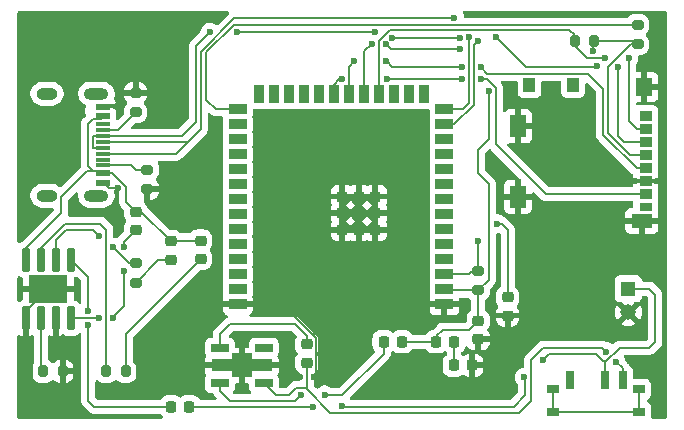
<source format=gbr>
%TF.GenerationSoftware,KiCad,Pcbnew,9.0.6*%
%TF.CreationDate,2025-12-13T17:25:46+11:00*%
%TF.ProjectId,esp32,65737033-322e-46b6-9963-61645f706362,rev?*%
%TF.SameCoordinates,Original*%
%TF.FileFunction,Copper,L1,Top*%
%TF.FilePolarity,Positive*%
%FSLAX46Y46*%
G04 Gerber Fmt 4.6, Leading zero omitted, Abs format (unit mm)*
G04 Created by KiCad (PCBNEW 9.0.6) date 2025-12-13 17:25:46*
%MOMM*%
%LPD*%
G01*
G04 APERTURE LIST*
G04 Aperture macros list*
%AMRoundRect*
0 Rectangle with rounded corners*
0 $1 Rounding radius*
0 $2 $3 $4 $5 $6 $7 $8 $9 X,Y pos of 4 corners*
0 Add a 4 corners polygon primitive as box body*
4,1,4,$2,$3,$4,$5,$6,$7,$8,$9,$2,$3,0*
0 Add four circle primitives for the rounded corners*
1,1,$1+$1,$2,$3*
1,1,$1+$1,$4,$5*
1,1,$1+$1,$6,$7*
1,1,$1+$1,$8,$9*
0 Add four rect primitives between the rounded corners*
20,1,$1+$1,$2,$3,$4,$5,0*
20,1,$1+$1,$4,$5,$6,$7,0*
20,1,$1+$1,$6,$7,$8,$9,0*
20,1,$1+$1,$8,$9,$2,$3,0*%
G04 Aperture macros list end*
%TA.AperFunction,ComponentPad*%
%ADD10R,1.308000X1.308000*%
%TD*%
%TA.AperFunction,ComponentPad*%
%ADD11C,1.308000*%
%TD*%
%TA.AperFunction,SMDPad,CuDef*%
%ADD12RoundRect,0.200000X-0.200000X-0.275000X0.200000X-0.275000X0.200000X0.275000X-0.200000X0.275000X0*%
%TD*%
%TA.AperFunction,SMDPad,CuDef*%
%ADD13RoundRect,0.200000X-0.275000X0.200000X-0.275000X-0.200000X0.275000X-0.200000X0.275000X0.200000X0*%
%TD*%
%TA.AperFunction,SMDPad,CuDef*%
%ADD14RoundRect,0.200000X0.275000X-0.200000X0.275000X0.200000X-0.275000X0.200000X-0.275000X-0.200000X0*%
%TD*%
%TA.AperFunction,SMDPad,CuDef*%
%ADD15RoundRect,0.225000X-0.225000X-0.250000X0.225000X-0.250000X0.225000X0.250000X-0.225000X0.250000X0*%
%TD*%
%TA.AperFunction,SMDPad,CuDef*%
%ADD16RoundRect,0.075000X0.225000X-0.910000X0.225000X0.910000X-0.225000X0.910000X-0.225000X-0.910000X0*%
%TD*%
%TA.AperFunction,SMDPad,CuDef*%
%ADD17R,3.302000X2.413000*%
%TD*%
%TA.AperFunction,SMDPad,CuDef*%
%ADD18RoundRect,0.200000X0.200000X0.275000X-0.200000X0.275000X-0.200000X-0.275000X0.200000X-0.275000X0*%
%TD*%
%TA.AperFunction,SMDPad,CuDef*%
%ADD19RoundRect,0.218750X0.256250X-0.218750X0.256250X0.218750X-0.256250X0.218750X-0.256250X-0.218750X0*%
%TD*%
%TA.AperFunction,SMDPad,CuDef*%
%ADD20R,0.700000X1.500000*%
%TD*%
%TA.AperFunction,SMDPad,CuDef*%
%ADD21R,1.000000X0.800000*%
%TD*%
%TA.AperFunction,SMDPad,CuDef*%
%ADD22R,1.500000X0.900000*%
%TD*%
%TA.AperFunction,SMDPad,CuDef*%
%ADD23R,0.900000X1.500000*%
%TD*%
%TA.AperFunction,SMDPad,CuDef*%
%ADD24R,0.900000X0.900000*%
%TD*%
%TA.AperFunction,ComponentPad*%
%ADD25C,0.400000*%
%TD*%
%TA.AperFunction,SMDPad,CuDef*%
%ADD26R,1.100000X0.850000*%
%TD*%
%TA.AperFunction,SMDPad,CuDef*%
%ADD27R,1.100000X0.750000*%
%TD*%
%TA.AperFunction,SMDPad,CuDef*%
%ADD28R,1.000000X1.200000*%
%TD*%
%TA.AperFunction,SMDPad,CuDef*%
%ADD29R,1.350000X1.550000*%
%TD*%
%TA.AperFunction,SMDPad,CuDef*%
%ADD30R,1.800000X1.170000*%
%TD*%
%TA.AperFunction,SMDPad,CuDef*%
%ADD31R,1.350000X1.900000*%
%TD*%
%TA.AperFunction,SMDPad,CuDef*%
%ADD32RoundRect,0.225000X0.250000X-0.225000X0.250000X0.225000X-0.250000X0.225000X-0.250000X-0.225000X0*%
%TD*%
%TA.AperFunction,SMDPad,CuDef*%
%ADD33R,1.150000X0.600000*%
%TD*%
%TA.AperFunction,SMDPad,CuDef*%
%ADD34R,1.150000X0.300000*%
%TD*%
%TA.AperFunction,ComponentPad*%
%ADD35O,2.100000X1.000000*%
%TD*%
%TA.AperFunction,ComponentPad*%
%ADD36O,1.800000X1.000000*%
%TD*%
%TA.AperFunction,SMDPad,CuDef*%
%ADD37R,1.500000X0.700000*%
%TD*%
%TA.AperFunction,SMDPad,CuDef*%
%ADD38R,1.750000X1.000000*%
%TD*%
%TA.AperFunction,SMDPad,CuDef*%
%ADD39R,1.700000X2.000000*%
%TD*%
%TA.AperFunction,SMDPad,CuDef*%
%ADD40RoundRect,0.225000X-0.250000X0.225000X-0.250000X-0.225000X0.250000X-0.225000X0.250000X0.225000X0*%
%TD*%
%TA.AperFunction,ViaPad*%
%ADD41C,0.600000*%
%TD*%
%TA.AperFunction,Conductor*%
%ADD42C,0.200000*%
%TD*%
G04 APERTURE END LIST*
D10*
%TO.P,J2,1,1*%
%TO.N,VBAT*%
X124712500Y-48500000D03*
D11*
%TO.P,J2,2,2*%
%TO.N,GND*%
X124712500Y-50500000D03*
%TD*%
D12*
%TO.P,R5,1*%
%TO.N,Net-(U1-~{CHRG})*%
X80500000Y-55500000D03*
%TO.P,R5,2*%
%TO.N,Net-(D2-K)*%
X82150000Y-55500000D03*
%TD*%
D13*
%TO.P,R2,1*%
%TO.N,GND*%
X83000000Y-31925000D03*
%TO.P,R2,2*%
%TO.N,Net-(J1-CC1)*%
X83000000Y-33575000D03*
%TD*%
D14*
%TO.P,R7,1*%
%TO.N,+3.3V*%
X125500000Y-27825000D03*
%TO.P,R7,2*%
%TO.N,Net-(U3-IO0)*%
X125500000Y-26175000D03*
%TD*%
D15*
%TO.P,C5,1*%
%TO.N,+3.3V*%
X108450000Y-53000000D03*
%TO.P,C5,2*%
%TO.N,Net-(C5-Pad2)*%
X110000000Y-53000000D03*
%TD*%
D14*
%TO.P,R6,1*%
%TO.N,+3.3V*%
X112000000Y-48650000D03*
%TO.P,R6,2*%
%TO.N,Net-(U3-EN)*%
X112000000Y-47000000D03*
%TD*%
D16*
%TO.P,U1,1,TEMP*%
%TO.N,GND*%
X73690000Y-51000000D03*
%TO.P,U1,2,PROG*%
%TO.N,Net-(U1-PROG)*%
X74960000Y-51000000D03*
%TO.P,U1,3,GND*%
%TO.N,GND*%
X76230000Y-51000000D03*
%TO.P,U1,4,VCC*%
%TO.N,Net-(U1-VCC)*%
X77500000Y-51000000D03*
%TO.P,U1,5,BAT*%
%TO.N,Net-(U1-BAT)*%
X77500000Y-46050000D03*
%TO.P,U1,6,~{STDBY}*%
%TO.N,Net-(U1-~{STDBY})*%
X76230000Y-46050000D03*
%TO.P,U1,7,~{CHRG}*%
%TO.N,Net-(U1-~{CHRG})*%
X74960000Y-46050000D03*
%TO.P,U1,8,CE*%
%TO.N,VBUS*%
X73690000Y-46050000D03*
D17*
%TO.P,U1,9,EP*%
%TO.N,GND*%
X75595000Y-48525000D03*
%TD*%
D15*
%TO.P,C6,1*%
%TO.N,Net-(C5-Pad2)*%
X109950000Y-55000000D03*
%TO.P,C6,2*%
%TO.N,GND*%
X111500000Y-55000000D03*
%TD*%
D13*
%TO.P,R1,1*%
%TO.N,Net-(J1-CC2)*%
X84000000Y-38425000D03*
%TO.P,R1,2*%
%TO.N,GND*%
X84000000Y-40075000D03*
%TD*%
D18*
%TO.P,R3,1*%
%TO.N,GND*%
X76825000Y-55500000D03*
%TO.P,R3,2*%
%TO.N,Net-(U1-PROG)*%
X75175000Y-55500000D03*
%TD*%
D19*
%TO.P,D2,1,K*%
%TO.N,Net-(D2-K)*%
X88500000Y-46000000D03*
%TO.P,D2,2,A*%
%TO.N,VBUS*%
X88500000Y-44425000D03*
%TD*%
%TO.P,D1,1,K*%
%TO.N,Net-(D1-K)*%
X86000000Y-46075000D03*
%TO.P,D1,2,A*%
%TO.N,VBUS*%
X86000000Y-44500000D03*
%TD*%
D20*
%TO.P,SW1,1*%
%TO.N,unconnected-(SW1-Pad1)*%
X119750000Y-56250000D03*
%TO.P,SW1,2*%
%TO.N,VBAT*%
X122750000Y-56250000D03*
%TO.P,SW1,3*%
%TO.N,PWR_IN*%
X124250000Y-56250000D03*
D21*
%TO.P,SW1,S1,SHIELD*%
%TO.N,Net-(SW1-SHIELD-PadS1)*%
X118350000Y-57035000D03*
%TO.P,SW1,S2,SHIELD*%
X118350000Y-58965000D03*
%TO.P,SW1,S3,SHIELD*%
X125650000Y-58965000D03*
%TO.P,SW1,S4,SHIELD*%
X125650000Y-57035000D03*
%TD*%
D22*
%TO.P,U3,1,GND*%
%TO.N,GND*%
X109150000Y-49820000D03*
%TO.P,U3,2,3V3*%
%TO.N,+3.3V*%
X109150000Y-48550000D03*
%TO.P,U3,3,EN*%
%TO.N,Net-(U3-EN)*%
X109150000Y-47280000D03*
%TO.P,U3,4,IO4*%
%TO.N,unconnected-(U3-IO4-Pad4)*%
X109150000Y-46010000D03*
%TO.P,U3,5,IO5*%
%TO.N,unconnected-(U3-IO5-Pad5)*%
X109150000Y-44740000D03*
%TO.P,U3,6,IO6*%
%TO.N,unconnected-(U3-IO6-Pad6)*%
X109150000Y-43470000D03*
%TO.P,U3,7,IO7*%
%TO.N,unconnected-(U3-IO7-Pad7)*%
X109150000Y-42200000D03*
%TO.P,U3,8,IO15*%
%TO.N,unconnected-(U3-IO15-Pad8)*%
X109150000Y-40930000D03*
%TO.P,U3,9,IO16*%
%TO.N,unconnected-(U3-IO16-Pad9)*%
X109150000Y-39660000D03*
%TO.P,U3,10,IO17*%
%TO.N,unconnected-(U3-IO17-Pad10)*%
X109150000Y-38390000D03*
%TO.P,U3,11,IO18*%
%TO.N,unconnected-(U3-IO18-Pad11)*%
X109150000Y-37120000D03*
%TO.P,U3,12,IO8*%
%TO.N,unconnected-(U3-IO8-Pad12)*%
X109150000Y-35850000D03*
%TO.P,U3,13,IO19*%
%TO.N,USB_D-*%
X109150000Y-34580000D03*
%TO.P,U3,14,IO20*%
%TO.N,USB_D+*%
X109150000Y-33310000D03*
D23*
%TO.P,U3,15,IO3*%
%TO.N,unconnected-(U3-IO3-Pad15)*%
X107385000Y-32060000D03*
%TO.P,U3,16,IO46*%
%TO.N,unconnected-(U3-IO46-Pad16)*%
X106115000Y-32060000D03*
%TO.P,U3,17,IO9*%
%TO.N,unconnected-(U3-IO9-Pad17)*%
X104845000Y-32060000D03*
%TO.P,U3,18,IO10*%
%TO.N,SD_CS*%
X103575000Y-32060000D03*
%TO.P,U3,19,IO11*%
%TO.N,SD_CMD*%
X102305000Y-32060000D03*
%TO.P,U3,20,IO12*%
%TO.N,SD_CLK*%
X101035000Y-32060000D03*
%TO.P,U3,21,IO13*%
%TO.N,SD_D0*%
X99765000Y-32060000D03*
%TO.P,U3,22,IO14*%
%TO.N,unconnected-(U3-IO14-Pad22)*%
X98495000Y-32060000D03*
%TO.P,U3,23,IO21*%
%TO.N,unconnected-(U3-IO21-Pad23)*%
X97225000Y-32060000D03*
%TO.P,U3,24,IO47*%
%TO.N,unconnected-(U3-IO47-Pad24)*%
X95955000Y-32060000D03*
%TO.P,U3,25,IO48*%
%TO.N,unconnected-(U3-IO48-Pad25)*%
X94685000Y-32060000D03*
%TO.P,U3,26,IO45*%
%TO.N,unconnected-(U3-IO45-Pad26)*%
X93415000Y-32060000D03*
D22*
%TO.P,U3,27,IO0*%
%TO.N,Net-(U3-IO0)*%
X91650000Y-33310000D03*
%TO.P,U3,28,IO35*%
%TO.N,unconnected-(U3-IO35-Pad28)*%
X91650000Y-34580000D03*
%TO.P,U3,29,IO36*%
%TO.N,unconnected-(U3-IO36-Pad29)*%
X91650000Y-35850000D03*
%TO.P,U3,30,IO37*%
%TO.N,unconnected-(U3-IO37-Pad30)*%
X91650000Y-37120000D03*
%TO.P,U3,31,IO38*%
%TO.N,unconnected-(U3-IO38-Pad31)*%
X91650000Y-38390000D03*
%TO.P,U3,32,IO39*%
%TO.N,unconnected-(U3-IO39-Pad32)*%
X91650000Y-39660000D03*
%TO.P,U3,33,IO40*%
%TO.N,unconnected-(U3-IO40-Pad33)*%
X91650000Y-40930000D03*
%TO.P,U3,34,IO41*%
%TO.N,unconnected-(U3-IO41-Pad34)*%
X91650000Y-42200000D03*
%TO.P,U3,35,IO42*%
%TO.N,unconnected-(U3-IO42-Pad35)*%
X91650000Y-43470000D03*
%TO.P,U3,36,RXD0*%
%TO.N,unconnected-(U3-RXD0-Pad36)*%
X91650000Y-44740000D03*
%TO.P,U3,37,TXD0*%
%TO.N,unconnected-(U3-TXD0-Pad37)*%
X91650000Y-46010000D03*
%TO.P,U3,38,IO2*%
%TO.N,unconnected-(U3-IO2-Pad38)*%
X91650000Y-47280000D03*
%TO.P,U3,39,IO1*%
%TO.N,unconnected-(U3-IO1-Pad39)*%
X91650000Y-48550000D03*
%TO.P,U3,40,GND*%
%TO.N,GND*%
X91650000Y-49820000D03*
D24*
%TO.P,U3,41_1,GND*%
X103300000Y-43500000D03*
%TO.P,U3,41_2,GND*%
X101900000Y-43500000D03*
%TO.P,U3,41_3,GND*%
X100500000Y-43500000D03*
%TO.P,U3,41_4,GND*%
X103300000Y-42100000D03*
%TO.P,U3,41_5,GND*%
X101900000Y-42100000D03*
%TO.P,U3,41_6,GND*%
X100500000Y-42100000D03*
%TO.P,U3,41_7,GND*%
X103300000Y-40700000D03*
%TO.P,U3,41_8,GND*%
X101900000Y-40700000D03*
%TO.P,U3,41_9,GND*%
X100500000Y-40700000D03*
D25*
%TO.P,U3,41_10*%
X102600000Y-43500000D03*
%TO.P,U3,41_11*%
X101200000Y-43500000D03*
%TO.P,U3,41_12*%
X103300000Y-42800000D03*
%TO.P,U3,41_13*%
X101900000Y-42800000D03*
%TO.P,U3,41_14*%
X100500000Y-42800000D03*
%TO.P,U3,41_15*%
X102600000Y-42100000D03*
%TO.P,U3,41_16*%
X101200000Y-42100000D03*
%TO.P,U3,41_17*%
X103300000Y-41400000D03*
%TO.P,U3,41_18*%
X101900000Y-41400000D03*
%TO.P,U3,41_19*%
X100500000Y-41400000D03*
%TO.P,U3,41_20*%
X102600000Y-40700000D03*
%TO.P,U3,41_21*%
X101200000Y-40700000D03*
%TD*%
D26*
%TO.P,J3,1,DAT2*%
%TO.N,unconnected-(J3-DAT2-Pad1)*%
X126200000Y-33895000D03*
%TO.P,J3,2,CD/DAT3*%
%TO.N,SD_CS*%
X126200000Y-34995000D03*
%TO.P,J3,3,CMD*%
%TO.N,SD_CMD*%
X126200000Y-36095000D03*
%TO.P,J3,4,VDD*%
%TO.N,+3.3V*%
X126200000Y-37195000D03*
%TO.P,J3,5,CLK*%
%TO.N,SD_CLK*%
X126200000Y-38295000D03*
%TO.P,J3,6,VSS*%
%TO.N,GND*%
X126200000Y-39395000D03*
%TO.P,J3,7,DAT0*%
%TO.N,SD_D0*%
X126200000Y-40495000D03*
D27*
%TO.P,J3,8,DAT1*%
%TO.N,unconnected-(J3-DAT1-Pad8)*%
X126200000Y-41545000D03*
D28*
%TO.P,J3,9,SW-1*%
%TO.N,unconnected-(J3-SW-1-Pad9)*%
X120050000Y-31260000D03*
%TO.P,J3,10,SW-2*%
%TO.N,unconnected-(J3-SW-2-Pad10)*%
X116350000Y-31260000D03*
D29*
%TO.P,J3,G1,GND*%
%TO.N,GND*%
X126075000Y-31435000D03*
D30*
%TO.P,J3,G2,GND*%
X125850000Y-42755000D03*
D31*
%TO.P,J3,G3,GND*%
X115375000Y-40730000D03*
%TO.P,J3,G4,GND*%
X115375000Y-34760000D03*
%TD*%
D32*
%TO.P,C7,1*%
%TO.N,GND*%
X114500000Y-50775000D03*
%TO.P,C7,2*%
%TO.N,Net-(U3-EN)*%
X114500000Y-49225000D03*
%TD*%
D15*
%TO.P,C3,1*%
%TO.N,Net-(U2-VOUT)*%
X104000000Y-53000000D03*
%TO.P,C3,2*%
%TO.N,+3.3V*%
X105550000Y-53000000D03*
%TD*%
D33*
%TO.P,J1,A1_B12,GND*%
%TO.N,GND*%
X80255000Y-33122500D03*
%TO.P,J1,A4_B9,VBUS*%
%TO.N,VBUS*%
X80255000Y-33922500D03*
D34*
%TO.P,J1,A5,CC1*%
%TO.N,Net-(J1-CC1)*%
X80255000Y-35072500D03*
%TO.P,J1,A6,DP1*%
%TO.N,USB_D+*%
X80255000Y-36072500D03*
%TO.P,J1,A7,DN1*%
%TO.N,USB_D-*%
X80255000Y-36572500D03*
%TO.P,J1,A8,SBU1*%
%TO.N,unconnected-(J1-SBU1-PadA8)*%
X80255000Y-37572500D03*
D33*
%TO.P,J1,B1_A12,GND*%
%TO.N,GND*%
X80255000Y-39522500D03*
%TO.P,J1,B4_A9,VBUS*%
%TO.N,VBUS*%
X80255000Y-38722500D03*
D34*
%TO.P,J1,B5,CC2*%
%TO.N,Net-(J1-CC2)*%
X80255000Y-38072500D03*
%TO.P,J1,B6,DP2*%
%TO.N,USB_D+*%
X80255000Y-37072500D03*
%TO.P,J1,B7,DN2*%
%TO.N,USB_D-*%
X80255000Y-35572500D03*
%TO.P,J1,B8,SBU2*%
%TO.N,unconnected-(J1-SBU2-PadB8)*%
X80255000Y-34572500D03*
D35*
%TO.P,J1,SH1,SHELL_GND*%
%TO.N,SHELL_GND*%
X79680000Y-32002500D03*
%TO.P,J1,SH2,SHELL_GND*%
X79680000Y-40642500D03*
D36*
%TO.P,J1,SH3,SHELL_GND*%
X75500000Y-32002500D03*
%TO.P,J1,SH4,SHELL_GND*%
X75500000Y-40642500D03*
%TD*%
D37*
%TO.P,U2,1,CE*%
%TO.N,PWR_IN*%
X93850000Y-56500000D03*
D38*
%TO.P,U2,2,VSS*%
%TO.N,GND*%
X93725000Y-55000000D03*
D37*
%TO.P,U2,3,NC*%
%TO.N,unconnected-(U2-NC-Pad3)*%
X93850000Y-53500000D03*
%TO.P,U2,4,VIN*%
%TO.N,Net-(U2-VIN)*%
X90150000Y-53500000D03*
%TO.P,U2,5,VOUT*%
%TO.N,Net-(U2-VOUT)*%
X90150000Y-56500000D03*
D38*
%TO.P,U2,6*%
%TO.N,GND*%
X90275000Y-55000000D03*
D39*
%TO.P,U2,7*%
X92000000Y-55000000D03*
%TD*%
D32*
%TO.P,C4,1*%
%TO.N,PWR_IN*%
X97500000Y-54775000D03*
%TO.P,C4,2*%
%TO.N,Net-(U2-VIN)*%
X97500000Y-53225000D03*
%TD*%
D40*
%TO.P,C8,1*%
%TO.N,+3.3V*%
X112000000Y-51225000D03*
%TO.P,C8,2*%
%TO.N,GND*%
X112000000Y-52775000D03*
%TD*%
D32*
%TO.P,C1,1*%
%TO.N,Net-(U1-VCC)*%
X83000000Y-43525000D03*
%TO.P,C1,2*%
%TO.N,VBUS*%
X83000000Y-41975000D03*
%TD*%
D15*
%TO.P,C2,1*%
%TO.N,Net-(U1-BAT)*%
X86000000Y-58500000D03*
%TO.P,C2,2*%
%TO.N,VBAT*%
X87550000Y-58500000D03*
%TD*%
D18*
%TO.P,R8,1*%
%TO.N,+3.3V*%
X121825000Y-27500000D03*
%TO.P,R8,2*%
%TO.N,SD_CS*%
X120175000Y-27500000D03*
%TD*%
D13*
%TO.P,R4,1*%
%TO.N,Net-(U1-~{STDBY})*%
X83000000Y-46350000D03*
%TO.P,R4,2*%
%TO.N,Net-(D1-K)*%
X83000000Y-48000000D03*
%TD*%
D41*
%TO.N,Net-(U1-VCC)*%
X81100000Y-51000000D03*
X82000000Y-45000000D03*
X79900000Y-51000000D03*
X82000000Y-47000000D03*
%TO.N,Net-(U1-BAT)*%
X79000000Y-51600000D03*
X79000000Y-50400000D03*
%TO.N,VBAT*%
X98000000Y-58500000D03*
X117500000Y-54500000D03*
X100500000Y-58400000D03*
X115900000Y-56000000D03*
%TO.N,+3.3V*%
X121750000Y-28400000D03*
X112900000Y-31750000D03*
%TO.N,Net-(U2-VOUT)*%
X97000000Y-57500000D03*
X99000000Y-57500000D03*
%TO.N,PWR_IN*%
X122825735Y-53825735D03*
X123674265Y-54674265D03*
%TO.N,Net-(U3-EN)*%
X112000000Y-44500000D03*
X113600000Y-43000000D03*
%TO.N,GND*%
X81500000Y-33000000D03*
X96900000Y-56000000D03*
X81479485Y-40020515D03*
X98100000Y-56000000D03*
X76500000Y-53000000D03*
%TO.N,SD_D0*%
X104250000Y-30750000D03*
X110650000Y-30750000D03*
X100435000Y-30750000D03*
X112251000Y-30750000D03*
%TO.N,SD_CS*%
X124751243Y-28994534D03*
X122750000Y-29000000D03*
%TO.N,SD_CMD*%
X102975000Y-27750000D03*
X123823897Y-29774632D03*
X110500000Y-28250000D03*
X113549265Y-27200735D03*
X104184313Y-27815687D03*
X122093186Y-29688844D03*
%TO.N,SD_CLK*%
X112251000Y-29750000D03*
X104175000Y-29250000D03*
X110650000Y-29750000D03*
X101500000Y-29250000D03*
%TO.N,Net-(U1-~{STDBY})*%
X79900000Y-44000000D03*
X81100000Y-45000000D03*
%TO.N,USB_D+*%
X111250000Y-27176000D03*
X110000000Y-25575000D03*
%TO.N,USB_D-*%
X104750000Y-27250000D03*
X112000000Y-27500000D03*
X103250000Y-26775000D03*
X110453863Y-27254552D03*
X89292185Y-26792185D03*
X91549265Y-26799265D03*
%TD*%
D42*
%TO.N,VBUS*%
X86000000Y-44500000D02*
X86500000Y-44500000D01*
X82224000Y-39916500D02*
X82224000Y-41199000D01*
X76701000Y-40735492D02*
X76701000Y-42054001D01*
X78978000Y-38122500D02*
X79379000Y-38523500D01*
X78978000Y-34522500D02*
X78978000Y-38122500D01*
X78899992Y-38536500D02*
X76701000Y-40735492D01*
X73690000Y-45065001D02*
X73690000Y-46050000D01*
X80255000Y-38722500D02*
X80069000Y-38536500D01*
X79379000Y-38523500D02*
X80056000Y-38523500D01*
X86500000Y-44500000D02*
X86575000Y-44425000D01*
X82224000Y-41199000D02*
X83000000Y-41975000D01*
X80255000Y-38722500D02*
X81030000Y-38722500D01*
X83475000Y-41975000D02*
X86000000Y-44500000D01*
X86575000Y-44425000D02*
X88500000Y-44425000D01*
X80056000Y-34121500D02*
X79379000Y-34121500D01*
X76701000Y-42054001D02*
X73690000Y-45065001D01*
X80255000Y-33922500D02*
X80056000Y-34121500D01*
X80056000Y-38523500D02*
X80255000Y-38722500D01*
X79379000Y-34121500D02*
X78978000Y-34522500D01*
X81030000Y-38722500D02*
X82224000Y-39916500D01*
X83000000Y-41975000D02*
X83475000Y-41975000D01*
X80069000Y-38536500D02*
X78899992Y-38536500D01*
%TO.N,Net-(U1-VCC)*%
X82000000Y-44525000D02*
X83000000Y-43525000D01*
X82016450Y-49983550D02*
X82016450Y-47016450D01*
X82016450Y-47016450D02*
X82000000Y-47000000D01*
X77500000Y-51000000D02*
X79900000Y-51000000D01*
X81100000Y-50900000D02*
X82016450Y-49983550D01*
X81100000Y-51000000D02*
X81100000Y-50900000D01*
X82000000Y-45000000D02*
X82000000Y-44525000D01*
%TO.N,Net-(U1-BAT)*%
X79500000Y-58500000D02*
X86000000Y-58500000D01*
X79000000Y-47550000D02*
X79000000Y-50400000D01*
X79000000Y-51600000D02*
X79000000Y-58000000D01*
X79000000Y-58000000D02*
X79500000Y-58500000D01*
X77500000Y-46050000D02*
X79000000Y-47550000D01*
%TO.N,VBAT*%
X124712500Y-48500000D02*
X126500000Y-48500000D01*
X122750000Y-54750000D02*
X122750000Y-56250000D01*
X124000000Y-53500000D02*
X122750000Y-54750000D01*
X116000000Y-56100000D02*
X115900000Y-56000000D01*
X115000000Y-58500000D02*
X116000000Y-57500000D01*
X127000000Y-53000000D02*
X126500000Y-53500000D01*
X118000000Y-54000000D02*
X122000000Y-54000000D01*
X100500000Y-58400000D02*
X100600000Y-58500000D01*
X87550000Y-58500000D02*
X98000000Y-58500000D01*
X100600000Y-58500000D02*
X115000000Y-58500000D01*
X127000000Y-49000000D02*
X127000000Y-53000000D01*
X122500000Y-54500000D02*
X122750000Y-54750000D01*
X117500000Y-54500000D02*
X118000000Y-54000000D01*
X126500000Y-48500000D02*
X127000000Y-49000000D01*
X126500000Y-53500000D02*
X124000000Y-53500000D01*
X116000000Y-57500000D02*
X116000000Y-56100000D01*
X122000000Y-54000000D02*
X122500000Y-54500000D01*
%TO.N,+3.3V*%
X112899000Y-31751000D02*
X112900000Y-31750000D01*
X124877900Y-37195000D02*
X126200000Y-37195000D01*
X112000000Y-51225000D02*
X112000000Y-48650000D01*
X111225000Y-52000000D02*
X112000000Y-51225000D01*
X123000000Y-35317100D02*
X124877900Y-37195000D01*
X112899000Y-39649000D02*
X112000000Y-38750000D01*
X108450000Y-53000000D02*
X108450000Y-52550000D01*
X112899000Y-47751000D02*
X112899000Y-39649000D01*
X124925000Y-27825000D02*
X125500000Y-27825000D01*
X121750000Y-27575000D02*
X121825000Y-27500000D01*
X112000000Y-38750000D02*
X112000000Y-36750000D01*
X123000000Y-29750000D02*
X124925000Y-27825000D01*
X121750000Y-28400000D02*
X121750000Y-27575000D01*
X105550000Y-53000000D02*
X108450000Y-53000000D01*
X112000000Y-48650000D02*
X109250000Y-48650000D01*
X121825000Y-27500000D02*
X125175000Y-27500000D01*
X108450000Y-52550000D02*
X109000000Y-52000000D01*
X109250000Y-48650000D02*
X109150000Y-48550000D01*
X123000000Y-29750000D02*
X123000000Y-35317100D01*
X112000000Y-36750000D02*
X112899000Y-35851000D01*
X109000000Y-52000000D02*
X111225000Y-52000000D01*
X112000000Y-48650000D02*
X112899000Y-47751000D01*
X125175000Y-27500000D02*
X125500000Y-27825000D01*
X112899000Y-35851000D02*
X112899000Y-31751000D01*
%TO.N,Net-(U2-VOUT)*%
X91000000Y-58000000D02*
X90150000Y-57150000D01*
X97000000Y-57500000D02*
X96500000Y-58000000D01*
X90150000Y-57150000D02*
X90150000Y-56500000D01*
X96500000Y-58000000D02*
X91000000Y-58000000D01*
X100500000Y-57500000D02*
X99000000Y-57500000D01*
X104000000Y-53000000D02*
X104000000Y-54000000D01*
X104000000Y-54000000D02*
X100500000Y-57500000D01*
%TO.N,PWR_IN*%
X116500000Y-58000000D02*
X115500000Y-59000000D01*
X116500000Y-54500000D02*
X116500000Y-58000000D01*
X117500000Y-53500000D02*
X116500000Y-54500000D01*
X96601000Y-56899000D02*
X96000000Y-57500000D01*
X122825735Y-53825735D02*
X122500000Y-53500000D01*
X97399000Y-56899000D02*
X96601000Y-56899000D01*
X97500000Y-57000000D02*
X97500000Y-54775000D01*
X94850000Y-57500000D02*
X93850000Y-56500000D01*
X99500000Y-59000000D02*
X97500000Y-57000000D01*
X115500000Y-59000000D02*
X99500000Y-59000000D01*
X122500000Y-53500000D02*
X117500000Y-53500000D01*
X123674265Y-54674265D02*
X124250000Y-55250000D01*
X124250000Y-55250000D02*
X124250000Y-56250000D01*
X96000000Y-57500000D02*
X94850000Y-57500000D01*
X97500000Y-57000000D02*
X97399000Y-56899000D01*
%TO.N,Net-(U2-VIN)*%
X91000000Y-51500000D02*
X90150000Y-52350000D01*
X96500000Y-51500000D02*
X91000000Y-51500000D01*
X97500000Y-53225000D02*
X97500000Y-52500000D01*
X90150000Y-52350000D02*
X90150000Y-53500000D01*
X97500000Y-52500000D02*
X96500000Y-51500000D01*
%TO.N,Net-(C5-Pad2)*%
X110000000Y-53500000D02*
X109950000Y-53550000D01*
X110000000Y-53000000D02*
X110000000Y-53500000D01*
X109950000Y-53550000D02*
X109950000Y-55000000D01*
%TO.N,Net-(U3-EN)*%
X111220000Y-47280000D02*
X109150000Y-47280000D01*
X114500000Y-43500000D02*
X114500000Y-49225000D01*
X113600000Y-43000000D02*
X114000000Y-43000000D01*
X114000000Y-43000000D02*
X114500000Y-43500000D01*
X112000000Y-47000000D02*
X111500000Y-47000000D01*
X112000000Y-47000000D02*
X112000000Y-44500000D01*
X111500000Y-47000000D02*
X111220000Y-47280000D01*
%TO.N,GND*%
X76230000Y-51000000D02*
X76230000Y-52730000D01*
X93725000Y-55000000D02*
X95900000Y-55000000D01*
X76230000Y-52730000D02*
X76500000Y-53000000D01*
X73690000Y-50430000D02*
X75595000Y-48525000D01*
X81377500Y-33122500D02*
X81500000Y-33000000D01*
X98276000Y-55824000D02*
X98276000Y-52708900D01*
X73690000Y-51000000D02*
X73690000Y-50430000D01*
X95387100Y-49820000D02*
X91650000Y-49820000D01*
X95900000Y-55000000D02*
X96900000Y-56000000D01*
X103300000Y-40700000D02*
X103300003Y-40700000D01*
X98100000Y-56000000D02*
X98276000Y-55824000D01*
X98276000Y-52708900D02*
X95387100Y-49820000D01*
X103300000Y-43500000D02*
X103300003Y-43500000D01*
X100500000Y-40700000D02*
X100500000Y-40699997D01*
X81479485Y-40020515D02*
X80753015Y-40020515D01*
X80753015Y-40020515D02*
X80255000Y-39522500D01*
X80255000Y-33122500D02*
X81377500Y-33122500D01*
%TO.N,Net-(D1-K)*%
X84925000Y-46075000D02*
X83000000Y-48000000D01*
X86000000Y-46075000D02*
X84925000Y-46075000D01*
%TO.N,Net-(D2-K)*%
X82150000Y-52350000D02*
X88500000Y-46000000D01*
X82150000Y-55500000D02*
X82150000Y-52350000D01*
%TO.N,Net-(J1-CC2)*%
X84000000Y-38425000D02*
X83000000Y-38425000D01*
X83000000Y-38425000D02*
X82647500Y-38072500D01*
X82647500Y-38072500D02*
X80255000Y-38072500D01*
%TO.N,Net-(J1-CC1)*%
X83000000Y-33575000D02*
X81502500Y-35072500D01*
X81502500Y-35072500D02*
X80255000Y-35072500D01*
%TO.N,SD_D0*%
X104250000Y-30750000D02*
X110650000Y-30750000D01*
X117755000Y-40495000D02*
X126200000Y-40495000D01*
X113500000Y-31500000D02*
X113500000Y-36250000D01*
X100250000Y-30750000D02*
X100500000Y-30750000D01*
X117750000Y-40500000D02*
X117755000Y-40495000D01*
X112251000Y-30750000D02*
X112750000Y-30750000D01*
X99765000Y-31235000D02*
X100250000Y-30750000D01*
X100500000Y-30750000D02*
X100435000Y-30750000D01*
X113500000Y-36250000D02*
X117750000Y-40500000D01*
X112750000Y-30750000D02*
X113500000Y-31500000D01*
X99765000Y-32060000D02*
X99765000Y-31235000D01*
%TO.N,SD_CS*%
X104500000Y-26576000D02*
X103575000Y-27501000D01*
X125450000Y-34995000D02*
X126200000Y-34995000D01*
X124751243Y-34296243D02*
X125450000Y-34995000D01*
X122750000Y-29000000D02*
X121250000Y-29000000D01*
X121250000Y-29000000D02*
X120175000Y-27925000D01*
X120175000Y-27925000D02*
X120175000Y-27500000D01*
X120175000Y-27500000D02*
X120175000Y-27025000D01*
X120175000Y-27025000D02*
X119726000Y-26576000D01*
X103575000Y-27501000D02*
X103575000Y-32060000D01*
X119726000Y-26576000D02*
X104500000Y-26576000D01*
X124751243Y-28994534D02*
X124751243Y-34296243D01*
X126505000Y-34995000D02*
X126200000Y-34995000D01*
%TO.N,unconnected-(J3-SW-1-Pad9)*%
X120095000Y-31550000D02*
X119899000Y-31354000D01*
%TO.N,SD_CMD*%
X102305000Y-28420000D02*
X102975000Y-27750000D01*
X113549265Y-27200735D02*
X113598530Y-27250000D01*
X124345000Y-36095000D02*
X126200000Y-36095000D01*
X104184313Y-27815687D02*
X104618626Y-28250000D01*
X122093186Y-29688844D02*
X122081295Y-29700735D01*
X123823897Y-35573897D02*
X124345000Y-36095000D01*
X104618626Y-28250000D02*
X110500000Y-28250000D01*
X116049265Y-29700735D02*
X113549265Y-27200735D01*
X123823897Y-29774632D02*
X123823897Y-35573897D01*
X122081295Y-29700735D02*
X116049265Y-29700735D01*
X102305000Y-32060000D02*
X102305000Y-28420000D01*
%TO.N,SD_CLK*%
X121289844Y-30289844D02*
X122599000Y-31599000D01*
X101035000Y-32060000D02*
X101035000Y-29715000D01*
X122599000Y-35483200D02*
X125410800Y-38295000D01*
X101035000Y-29715000D02*
X101500000Y-29250000D01*
X104175000Y-29250000D02*
X104250000Y-29250000D01*
X104750000Y-29750000D02*
X110650000Y-29750000D01*
X112790844Y-30289844D02*
X121289844Y-30289844D01*
X125410800Y-38295000D02*
X126200000Y-38295000D01*
X112251000Y-29750000D02*
X112790844Y-30289844D01*
X122599000Y-31599000D02*
X122599000Y-35483200D01*
X104250000Y-29250000D02*
X104750000Y-29750000D01*
%TO.N,Net-(U1-PROG)*%
X74960000Y-51000000D02*
X74960000Y-55285000D01*
X74960000Y-55285000D02*
X75175000Y-55500000D01*
%TO.N,Net-(U1-~{STDBY})*%
X82450000Y-46350000D02*
X81100000Y-45000000D01*
X77092101Y-43500000D02*
X76230000Y-44362101D01*
X79400000Y-43500000D02*
X77092101Y-43500000D01*
X83000000Y-46350000D02*
X82450000Y-46350000D01*
X76230000Y-44362101D02*
X76230000Y-46050000D01*
X79900000Y-44000000D02*
X79400000Y-43500000D01*
%TO.N,Net-(U1-~{CHRG})*%
X77000000Y-43025001D02*
X77000000Y-43000000D01*
X80000000Y-43000000D02*
X80500000Y-43500000D01*
X74960000Y-46050000D02*
X74960000Y-45065001D01*
X80500000Y-43500000D02*
X80500000Y-55500000D01*
X77000000Y-43000000D02*
X80000000Y-43000000D01*
X74960000Y-45065001D02*
X77000000Y-43025001D01*
%TO.N,Net-(U3-IO0)*%
X89000000Y-32500000D02*
X89810000Y-33310000D01*
X91325000Y-26175000D02*
X89000000Y-28500000D01*
X89000000Y-28500000D02*
X89000000Y-32500000D01*
X125500000Y-26175000D02*
X91325000Y-26175000D01*
X89810000Y-33310000D02*
X91650000Y-33310000D01*
%TO.N,Net-(SW1-SHIELD-PadS1)*%
X125650000Y-58965000D02*
X125650000Y-57035000D01*
X118350000Y-58965000D02*
X125650000Y-58965000D01*
X118350000Y-57035000D02*
X118350000Y-58965000D01*
%TO.N,USB_D+*%
X91357900Y-25575000D02*
X88500000Y-28432900D01*
X111250000Y-27000000D02*
X111250000Y-27176000D01*
X88500000Y-28432900D02*
X88500000Y-35000000D01*
X80255000Y-37072500D02*
X86427500Y-37072500D01*
X111250000Y-32750000D02*
X111250000Y-27000000D01*
X109150000Y-33310000D02*
X110690000Y-33310000D01*
X88500000Y-35000000D02*
X87427500Y-36072500D01*
X86427500Y-37072500D02*
X87427500Y-36072500D01*
X110000000Y-25575000D02*
X91357900Y-25575000D01*
X110690000Y-33310000D02*
X111250000Y-32750000D01*
X87427500Y-36072500D02*
X80255000Y-36072500D01*
%TO.N,USB_D-*%
X103225735Y-26799265D02*
X103250000Y-26775000D01*
X91549265Y-26799265D02*
X103225735Y-26799265D01*
X79379000Y-36523500D02*
X79379000Y-35621500D01*
X109987100Y-34580000D02*
X111651000Y-32916100D01*
X109150000Y-34580000D02*
X109987100Y-34580000D01*
X79379000Y-35621500D02*
X79428000Y-35572500D01*
X79428000Y-35572500D02*
X80255000Y-35572500D01*
X111651000Y-27849000D02*
X112000000Y-27500000D01*
X79428000Y-36572500D02*
X79379000Y-36523500D01*
X110449311Y-27250000D02*
X110453863Y-27254552D01*
X104750000Y-27250000D02*
X110449311Y-27250000D01*
X88099000Y-34401000D02*
X88099000Y-27985370D01*
X80255000Y-36572500D02*
X79428000Y-36572500D01*
X88099000Y-27985370D02*
X89292185Y-26792185D01*
X80255000Y-35572500D02*
X86927500Y-35572500D01*
X111651000Y-32916100D02*
X111651000Y-27849000D01*
X86927500Y-35572500D02*
X88099000Y-34401000D01*
%TD*%
%TA.AperFunction,Conductor*%
%TO.N,GND*%
G36*
X73883039Y-51019685D02*
G01*
X73928794Y-51072489D01*
X73940000Y-51124000D01*
X73940000Y-52485000D01*
X73952683Y-52485000D01*
X73952697Y-52484999D01*
X74065104Y-52470199D01*
X74065108Y-52470198D01*
X74188048Y-52419276D01*
X74257517Y-52411807D01*
X74319996Y-52443082D01*
X74355648Y-52503171D01*
X74359500Y-52533837D01*
X74359500Y-54854544D01*
X74341618Y-54918692D01*
X74331523Y-54935390D01*
X74280913Y-55097807D01*
X74274500Y-55168386D01*
X74274500Y-55831613D01*
X74280913Y-55902192D01*
X74280913Y-55902194D01*
X74280914Y-55902196D01*
X74331522Y-56064606D01*
X74413058Y-56199483D01*
X74419530Y-56210188D01*
X74539811Y-56330469D01*
X74539813Y-56330470D01*
X74539815Y-56330472D01*
X74685394Y-56418478D01*
X74847804Y-56469086D01*
X74918384Y-56475500D01*
X74918387Y-56475500D01*
X75431613Y-56475500D01*
X75431616Y-56475500D01*
X75502196Y-56469086D01*
X75664606Y-56418478D01*
X75810185Y-56330472D01*
X75912673Y-56227983D01*
X75973994Y-56194499D01*
X76043685Y-56199483D01*
X76088034Y-56227984D01*
X76190122Y-56330072D01*
X76335604Y-56418019D01*
X76335603Y-56418019D01*
X76497894Y-56468590D01*
X76497893Y-56468590D01*
X76568408Y-56474998D01*
X76568426Y-56474999D01*
X77075000Y-56474999D01*
X77081581Y-56474999D01*
X77152102Y-56468591D01*
X77152107Y-56468590D01*
X77314396Y-56418018D01*
X77459877Y-56330072D01*
X77580072Y-56209877D01*
X77668019Y-56064395D01*
X77718590Y-55902106D01*
X77725000Y-55831572D01*
X77725000Y-55750000D01*
X77075000Y-55750000D01*
X77075000Y-56474999D01*
X76568426Y-56474999D01*
X76574999Y-56474998D01*
X76575000Y-56474998D01*
X76575000Y-55250000D01*
X77075000Y-55250000D01*
X77724999Y-55250000D01*
X77724999Y-55168417D01*
X77718591Y-55097897D01*
X77718590Y-55097892D01*
X77668018Y-54935603D01*
X77580072Y-54790122D01*
X77459877Y-54669927D01*
X77314395Y-54581980D01*
X77314396Y-54581980D01*
X77152105Y-54531409D01*
X77152106Y-54531409D01*
X77081572Y-54525000D01*
X77075000Y-54525000D01*
X77075000Y-55250000D01*
X76575000Y-55250000D01*
X76575000Y-54525000D01*
X76574999Y-54524999D01*
X76568436Y-54525000D01*
X76568417Y-54525001D01*
X76497897Y-54531408D01*
X76497892Y-54531409D01*
X76335603Y-54581981D01*
X76190122Y-54669927D01*
X76190121Y-54669928D01*
X76088035Y-54772015D01*
X76026712Y-54805500D01*
X75957020Y-54800516D01*
X75912673Y-54772015D01*
X75810188Y-54669530D01*
X75810185Y-54669528D01*
X75664606Y-54581522D01*
X75664604Y-54581521D01*
X75664602Y-54581520D01*
X75647609Y-54576225D01*
X75589462Y-54537487D01*
X75561488Y-54473462D01*
X75560500Y-54457840D01*
X75560500Y-52533837D01*
X75580185Y-52466798D01*
X75632989Y-52421043D01*
X75702147Y-52411099D01*
X75731952Y-52419276D01*
X75854891Y-52470198D01*
X75854895Y-52470199D01*
X75967302Y-52484999D01*
X75967317Y-52485000D01*
X75980000Y-52485000D01*
X75980000Y-51124000D01*
X75999685Y-51056961D01*
X76052489Y-51011206D01*
X76104000Y-51000000D01*
X76356000Y-51000000D01*
X76423039Y-51019685D01*
X76468794Y-51072489D01*
X76480000Y-51124000D01*
X76480000Y-52485000D01*
X76492683Y-52485000D01*
X76492697Y-52484999D01*
X76605104Y-52470199D01*
X76605108Y-52470198D01*
X76744978Y-52412263D01*
X76789103Y-52378405D01*
X76854272Y-52353211D01*
X76922717Y-52367249D01*
X76940077Y-52378406D01*
X76984765Y-52412697D01*
X76984769Y-52412699D01*
X77000648Y-52419276D01*
X77124764Y-52470687D01*
X77231586Y-52484750D01*
X77233474Y-52484999D01*
X77237280Y-52485500D01*
X77237287Y-52485500D01*
X77762713Y-52485500D01*
X77762720Y-52485500D01*
X77875236Y-52470687D01*
X78015233Y-52412698D01*
X78135451Y-52320451D01*
X78177125Y-52266139D01*
X78233552Y-52224938D01*
X78303298Y-52220783D01*
X78364218Y-52254995D01*
X78396971Y-52316712D01*
X78399500Y-52341627D01*
X78399500Y-57913330D01*
X78399499Y-57913348D01*
X78399499Y-58079054D01*
X78399498Y-58079054D01*
X78438030Y-58222853D01*
X78440423Y-58231785D01*
X78460468Y-58266503D01*
X78492023Y-58321158D01*
X78516539Y-58363623D01*
X78519480Y-58368716D01*
X78631284Y-58480520D01*
X78631285Y-58480521D01*
X79131284Y-58980520D01*
X79131286Y-58980521D01*
X79131290Y-58980524D01*
X79242711Y-59044852D01*
X79268216Y-59059577D01*
X79420943Y-59100501D01*
X79420945Y-59100501D01*
X79586654Y-59100501D01*
X79586670Y-59100500D01*
X85069575Y-59100500D01*
X85136614Y-59120185D01*
X85163685Y-59143758D01*
X85170014Y-59151134D01*
X85202032Y-59203044D01*
X85290155Y-59291167D01*
X85293236Y-59294758D01*
X85305727Y-59322469D01*
X85320292Y-59349142D01*
X85319944Y-59354007D01*
X85321949Y-59358455D01*
X85317476Y-59388515D01*
X85315308Y-59418834D01*
X85312383Y-59422740D01*
X85311666Y-59427564D01*
X85291651Y-59450434D01*
X85273436Y-59474767D01*
X85268865Y-59476471D01*
X85265653Y-59480143D01*
X85236444Y-59488564D01*
X85207972Y-59499184D01*
X85199126Y-59499500D01*
X73124500Y-59499500D01*
X73057461Y-59479815D01*
X73011706Y-59427011D01*
X73000500Y-59375500D01*
X73000500Y-52525552D01*
X73020185Y-52458513D01*
X73072989Y-52412758D01*
X73142147Y-52402814D01*
X73171953Y-52410991D01*
X73314895Y-52470199D01*
X73427302Y-52484999D01*
X73427317Y-52485000D01*
X73440000Y-52485000D01*
X73440000Y-51124000D01*
X73459685Y-51056961D01*
X73512489Y-51011206D01*
X73564000Y-51000000D01*
X73816000Y-51000000D01*
X73883039Y-51019685D01*
G37*
%TD.AperFunction*%
%TA.AperFunction,Conductor*%
G36*
X127942539Y-25020185D02*
G01*
X127988294Y-25072989D01*
X127999500Y-25124500D01*
X127999500Y-59375500D01*
X127979815Y-59442539D01*
X127927011Y-59488294D01*
X127875500Y-59499500D01*
X126774500Y-59499500D01*
X126707461Y-59479815D01*
X126661706Y-59427011D01*
X126650500Y-59375500D01*
X126650499Y-58517129D01*
X126650498Y-58517123D01*
X126650497Y-58517116D01*
X126644091Y-58457517D01*
X126610970Y-58368716D01*
X126593797Y-58322671D01*
X126593793Y-58322664D01*
X126507547Y-58207455D01*
X126507544Y-58207452D01*
X126392335Y-58121206D01*
X126392326Y-58121201D01*
X126378868Y-58116182D01*
X126322934Y-58074312D01*
X126298516Y-58008847D01*
X126313367Y-57940574D01*
X126362772Y-57891168D01*
X126378868Y-57883818D01*
X126392326Y-57878798D01*
X126392326Y-57878797D01*
X126392331Y-57878796D01*
X126507546Y-57792546D01*
X126593796Y-57677331D01*
X126644091Y-57542483D01*
X126650500Y-57482873D01*
X126650499Y-56587128D01*
X126644389Y-56530286D01*
X126644091Y-56527516D01*
X126593797Y-56392671D01*
X126593793Y-56392664D01*
X126507547Y-56277455D01*
X126507544Y-56277452D01*
X126392335Y-56191206D01*
X126392328Y-56191202D01*
X126257482Y-56140908D01*
X126257483Y-56140908D01*
X126197883Y-56134501D01*
X126197881Y-56134500D01*
X126197873Y-56134500D01*
X126197865Y-56134500D01*
X125224499Y-56134500D01*
X125157460Y-56114815D01*
X125111705Y-56062011D01*
X125100499Y-56010500D01*
X125100499Y-55452129D01*
X125100498Y-55452123D01*
X125100497Y-55452116D01*
X125094091Y-55392517D01*
X125091867Y-55386555D01*
X125043797Y-55257671D01*
X125043793Y-55257664D01*
X124957547Y-55142455D01*
X124957544Y-55142452D01*
X124843632Y-55057177D01*
X124837547Y-55050321D01*
X124832373Y-55047654D01*
X124810556Y-55019911D01*
X124805002Y-55010292D01*
X124761760Y-54935394D01*
X124744112Y-54904827D01*
X124730521Y-54881285D01*
X124614385Y-54765149D01*
X124614374Y-54765139D01*
X124508839Y-54659604D01*
X124475354Y-54598281D01*
X124474903Y-54596114D01*
X124456111Y-54501644D01*
X124444002Y-54440768D01*
X124428064Y-54402289D01*
X124383662Y-54295092D01*
X124383654Y-54295077D01*
X124382528Y-54293392D01*
X124382209Y-54292373D01*
X124380786Y-54289711D01*
X124381290Y-54289441D01*
X124361649Y-54226715D01*
X124380133Y-54159334D01*
X124432111Y-54112644D01*
X124485629Y-54100500D01*
X126413331Y-54100500D01*
X126413347Y-54100501D01*
X126420943Y-54100501D01*
X126579054Y-54100501D01*
X126579057Y-54100501D01*
X126731785Y-54059577D01*
X126792538Y-54024501D01*
X126868716Y-53980520D01*
X126980520Y-53868716D01*
X126980521Y-53868714D01*
X127480520Y-53368716D01*
X127559577Y-53231784D01*
X127600501Y-53079057D01*
X127600501Y-52920942D01*
X127600501Y-52913347D01*
X127600500Y-52913329D01*
X127600500Y-49089060D01*
X127600501Y-49089047D01*
X127600501Y-48920944D01*
X127595023Y-48900500D01*
X127559577Y-48768216D01*
X127515172Y-48691303D01*
X127480524Y-48631290D01*
X127480518Y-48631282D01*
X126868717Y-48019481D01*
X126868716Y-48019480D01*
X126781904Y-47969360D01*
X126781904Y-47969359D01*
X126781900Y-47969358D01*
X126731785Y-47940423D01*
X126579057Y-47899499D01*
X126420943Y-47899499D01*
X126413347Y-47899499D01*
X126413331Y-47899500D01*
X125989281Y-47899500D01*
X125922242Y-47879815D01*
X125876487Y-47827011D01*
X125865991Y-47788753D01*
X125864821Y-47777872D01*
X125860591Y-47738517D01*
X125810296Y-47603669D01*
X125810295Y-47603668D01*
X125810293Y-47603664D01*
X125724047Y-47488455D01*
X125724044Y-47488452D01*
X125608835Y-47402206D01*
X125608828Y-47402202D01*
X125473982Y-47351908D01*
X125473983Y-47351908D01*
X125414383Y-47345501D01*
X125414381Y-47345500D01*
X125414373Y-47345500D01*
X125414364Y-47345500D01*
X124010629Y-47345500D01*
X124010623Y-47345501D01*
X123951016Y-47351908D01*
X123816171Y-47402202D01*
X123816164Y-47402206D01*
X123700955Y-47488452D01*
X123700952Y-47488455D01*
X123614706Y-47603664D01*
X123614702Y-47603671D01*
X123564408Y-47738517D01*
X123558001Y-47798116D01*
X123558000Y-47798135D01*
X123558000Y-49201870D01*
X123558001Y-49201876D01*
X123564408Y-49261483D01*
X123614702Y-49396328D01*
X123614706Y-49396335D01*
X123700952Y-49511544D01*
X123700955Y-49511547D01*
X123816164Y-49597793D01*
X123816171Y-49597797D01*
X123861118Y-49614561D01*
X123951017Y-49648091D01*
X124010627Y-49654500D01*
X124169193Y-49654499D01*
X124236230Y-49674183D01*
X124256872Y-49690818D01*
X124666054Y-50100000D01*
X124659839Y-50100000D01*
X124558106Y-50127259D01*
X124466894Y-50179920D01*
X124392420Y-50254394D01*
X124339759Y-50345606D01*
X124312500Y-50447339D01*
X124312500Y-50453553D01*
X123737549Y-49878602D01*
X123737548Y-49878603D01*
X123725518Y-49895161D01*
X123725512Y-49895170D01*
X123643048Y-50057015D01*
X123586915Y-50229774D01*
X123558500Y-50409178D01*
X123558500Y-50590821D01*
X123586915Y-50770225D01*
X123643048Y-50942984D01*
X123725512Y-51104830D01*
X123725514Y-51104834D01*
X123737548Y-51121395D01*
X123737549Y-51121396D01*
X124312500Y-50546445D01*
X124312500Y-50552661D01*
X124339759Y-50654394D01*
X124392420Y-50745606D01*
X124466894Y-50820080D01*
X124558106Y-50872741D01*
X124659839Y-50900000D01*
X124666054Y-50900000D01*
X124091102Y-51474949D01*
X124091103Y-51474950D01*
X124107665Y-51486985D01*
X124107679Y-51486993D01*
X124269512Y-51569450D01*
X124442274Y-51625584D01*
X124621679Y-51654000D01*
X124803321Y-51654000D01*
X124982725Y-51625584D01*
X125155484Y-51569451D01*
X125317331Y-51486986D01*
X125333896Y-51474949D01*
X124758947Y-50900000D01*
X124765161Y-50900000D01*
X124866894Y-50872741D01*
X124958106Y-50820080D01*
X125032580Y-50745606D01*
X125085241Y-50654394D01*
X125112500Y-50552661D01*
X125112500Y-50546446D01*
X125687449Y-51121395D01*
X125699486Y-51104831D01*
X125781951Y-50942984D01*
X125838084Y-50770225D01*
X125866500Y-50590821D01*
X125866500Y-50409178D01*
X125838084Y-50229774D01*
X125781950Y-50057012D01*
X125699493Y-49895179D01*
X125699485Y-49895165D01*
X125687450Y-49878603D01*
X125687449Y-49878602D01*
X125112500Y-50453552D01*
X125112500Y-50447339D01*
X125085241Y-50345606D01*
X125032580Y-50254394D01*
X124958106Y-50179920D01*
X124866894Y-50127259D01*
X124765161Y-50100000D01*
X124758947Y-50100000D01*
X125168127Y-49690818D01*
X125229450Y-49657333D01*
X125255806Y-49654499D01*
X125414372Y-49654499D01*
X125473983Y-49648091D01*
X125608831Y-49597796D01*
X125724046Y-49511546D01*
X125810296Y-49396331D01*
X125860591Y-49261483D01*
X125865992Y-49211241D01*
X125866869Y-49209124D01*
X125866543Y-49206853D01*
X125880172Y-49177009D01*
X125892729Y-49146694D01*
X125894614Y-49145384D01*
X125895568Y-49143297D01*
X125923169Y-49125558D01*
X125950121Y-49106846D01*
X125953017Y-49106376D01*
X125954346Y-49105523D01*
X125989281Y-49100500D01*
X126199903Y-49100500D01*
X126266942Y-49120185D01*
X126287584Y-49136819D01*
X126363181Y-49212416D01*
X126396666Y-49273739D01*
X126399500Y-49300097D01*
X126399500Y-52699901D01*
X126379815Y-52766940D01*
X126363182Y-52787582D01*
X126287584Y-52863181D01*
X126226261Y-52896666D01*
X126199902Y-52899500D01*
X124086669Y-52899500D01*
X124086653Y-52899499D01*
X124079057Y-52899499D01*
X123920943Y-52899499D01*
X123813587Y-52928265D01*
X123768210Y-52940424D01*
X123768209Y-52940425D01*
X123718096Y-52969359D01*
X123718095Y-52969360D01*
X123674689Y-52994420D01*
X123631285Y-53019479D01*
X123631282Y-53019481D01*
X123519478Y-53131286D01*
X123519477Y-53131287D01*
X123474397Y-53176366D01*
X123413074Y-53209851D01*
X123343382Y-53204865D01*
X123317826Y-53191786D01*
X123204920Y-53116344D01*
X123204907Y-53116337D01*
X123059236Y-53055999D01*
X123059224Y-53055996D01*
X122904583Y-53025235D01*
X122900009Y-53024785D01*
X122889948Y-53021552D01*
X122882931Y-53021887D01*
X122850177Y-53008774D01*
X122850165Y-53008770D01*
X122781904Y-52969360D01*
X122731785Y-52940423D01*
X122579057Y-52899499D01*
X122420943Y-52899499D01*
X122413347Y-52899499D01*
X122413331Y-52899500D01*
X117586670Y-52899500D01*
X117586654Y-52899499D01*
X117579058Y-52899499D01*
X117420943Y-52899499D01*
X117369263Y-52913347D01*
X117268214Y-52940423D01*
X117268209Y-52940426D01*
X117131290Y-53019475D01*
X117131282Y-53019481D01*
X116019479Y-54131284D01*
X115999707Y-54165532D01*
X115983418Y-54193746D01*
X115940423Y-54268215D01*
X115899499Y-54420943D01*
X115899499Y-54420945D01*
X115899499Y-54589046D01*
X115899500Y-54589059D01*
X115899500Y-55082152D01*
X115879815Y-55149191D01*
X115827011Y-55194946D01*
X115799692Y-55203769D01*
X115666508Y-55230261D01*
X115666498Y-55230264D01*
X115520827Y-55290602D01*
X115520814Y-55290609D01*
X115389711Y-55378210D01*
X115389707Y-55378213D01*
X115278213Y-55489707D01*
X115278210Y-55489711D01*
X115190609Y-55620814D01*
X115190602Y-55620827D01*
X115130264Y-55766498D01*
X115130261Y-55766510D01*
X115099500Y-55921153D01*
X115099500Y-56078846D01*
X115130261Y-56233489D01*
X115130264Y-56233501D01*
X115190602Y-56379172D01*
X115190609Y-56379185D01*
X115278209Y-56510287D01*
X115278210Y-56510288D01*
X115278211Y-56510289D01*
X115363182Y-56595260D01*
X115396666Y-56656581D01*
X115399500Y-56682940D01*
X115399500Y-57199902D01*
X115379815Y-57266941D01*
X115363181Y-57287583D01*
X114787584Y-57863181D01*
X114726261Y-57896666D01*
X114699903Y-57899500D01*
X101249096Y-57899500D01*
X101182057Y-57879815D01*
X101136302Y-57827011D01*
X101126358Y-57757853D01*
X101155383Y-57694297D01*
X101161415Y-57687819D01*
X102754062Y-56095172D01*
X104358506Y-54490728D01*
X104358511Y-54490724D01*
X104368714Y-54480520D01*
X104368716Y-54480520D01*
X104480520Y-54368716D01*
X104559577Y-54231784D01*
X104594754Y-54100501D01*
X104600500Y-54079058D01*
X104600500Y-53936797D01*
X104600666Y-53933592D01*
X104611210Y-53903528D01*
X104620185Y-53872965D01*
X104622846Y-53870351D01*
X104623791Y-53867660D01*
X104632532Y-53860843D01*
X104659403Y-53834465D01*
X104678044Y-53822968D01*
X104687319Y-53813693D01*
X104748642Y-53780208D01*
X104818334Y-53785192D01*
X104862681Y-53813693D01*
X104871955Y-53822967D01*
X104871959Y-53822970D01*
X105016294Y-53911998D01*
X105016297Y-53911999D01*
X105016303Y-53912003D01*
X105177292Y-53965349D01*
X105276655Y-53975500D01*
X105823344Y-53975499D01*
X105823352Y-53975498D01*
X105823355Y-53975498D01*
X105877760Y-53969940D01*
X105922708Y-53965349D01*
X106083697Y-53912003D01*
X106228044Y-53822968D01*
X106347968Y-53703044D01*
X106374887Y-53659402D01*
X106426835Y-53612678D01*
X106480425Y-53600500D01*
X107519575Y-53600500D01*
X107586614Y-53620185D01*
X107625113Y-53659402D01*
X107652031Y-53703043D01*
X107771955Y-53822967D01*
X107771959Y-53822970D01*
X107916294Y-53911998D01*
X107916297Y-53911999D01*
X107916303Y-53912003D01*
X108077292Y-53965349D01*
X108176655Y-53975500D01*
X108723344Y-53975499D01*
X108723352Y-53975498D01*
X108723355Y-53975498D01*
X108777760Y-53969940D01*
X108822708Y-53965349D01*
X108983697Y-53912003D01*
X109128044Y-53822968D01*
X109137319Y-53813693D01*
X109145264Y-53809354D01*
X109150690Y-53802107D01*
X109175449Y-53792872D01*
X109198642Y-53780208D01*
X109207671Y-53780853D01*
X109216154Y-53777690D01*
X109241974Y-53783306D01*
X109268334Y-53785192D01*
X109277387Y-53791010D01*
X109284427Y-53792542D01*
X109312681Y-53813693D01*
X109313181Y-53814193D01*
X109346666Y-53875516D01*
X109349500Y-53901874D01*
X109349500Y-54059995D01*
X109329815Y-54127034D01*
X109290600Y-54165531D01*
X109286464Y-54168082D01*
X109271954Y-54177033D01*
X109152029Y-54296959D01*
X109063001Y-54441294D01*
X109062996Y-54441305D01*
X109009651Y-54602290D01*
X108999500Y-54701647D01*
X108999500Y-55298337D01*
X108999501Y-55298355D01*
X109009650Y-55397707D01*
X109009651Y-55397710D01*
X109062996Y-55558694D01*
X109063001Y-55558705D01*
X109152029Y-55703040D01*
X109152032Y-55703044D01*
X109271955Y-55822967D01*
X109271959Y-55822970D01*
X109416294Y-55911998D01*
X109416297Y-55911999D01*
X109416303Y-55912003D01*
X109577292Y-55965349D01*
X109676655Y-55975500D01*
X110223344Y-55975499D01*
X110223352Y-55975498D01*
X110223355Y-55975498D01*
X110277760Y-55969940D01*
X110322708Y-55965349D01*
X110483697Y-55912003D01*
X110628044Y-55822968D01*
X110637668Y-55813343D01*
X110698987Y-55779856D01*
X110768679Y-55784835D01*
X110813034Y-55813339D01*
X110822267Y-55822572D01*
X110822271Y-55822575D01*
X110966507Y-55911542D01*
X110966518Y-55911547D01*
X111127393Y-55964855D01*
X111226683Y-55974999D01*
X111750000Y-55974999D01*
X111773308Y-55974999D01*
X111773322Y-55974998D01*
X111872607Y-55964855D01*
X112033481Y-55911547D01*
X112033492Y-55911542D01*
X112177728Y-55822575D01*
X112177732Y-55822572D01*
X112297572Y-55702732D01*
X112297575Y-55702728D01*
X112386542Y-55558492D01*
X112386547Y-55558481D01*
X112439855Y-55397606D01*
X112449999Y-55298322D01*
X112450000Y-55298309D01*
X112450000Y-55250000D01*
X111750000Y-55250000D01*
X111750000Y-55974999D01*
X111226683Y-55974999D01*
X111250000Y-55974998D01*
X111250000Y-54750000D01*
X111750000Y-54750000D01*
X112449999Y-54750000D01*
X112449999Y-54701692D01*
X112449998Y-54701677D01*
X112439855Y-54602392D01*
X112386547Y-54441518D01*
X112386542Y-54441507D01*
X112297575Y-54297271D01*
X112297572Y-54297267D01*
X112177732Y-54177427D01*
X112177728Y-54177424D01*
X112033492Y-54088457D01*
X112033481Y-54088452D01*
X111872606Y-54035144D01*
X111773322Y-54025000D01*
X111750000Y-54025000D01*
X111750000Y-54750000D01*
X111250000Y-54750000D01*
X111250000Y-54024999D01*
X111226693Y-54025000D01*
X111226674Y-54025001D01*
X111127392Y-54035144D01*
X110966518Y-54088452D01*
X110966507Y-54088457D01*
X110822271Y-54177424D01*
X110822264Y-54177430D01*
X110813028Y-54186665D01*
X110812384Y-54187016D01*
X110812026Y-54187656D01*
X110781752Y-54203740D01*
X110751703Y-54220146D01*
X110750972Y-54220093D01*
X110750324Y-54220438D01*
X110716164Y-54217601D01*
X110682011Y-54215157D01*
X110681180Y-54214697D01*
X110680694Y-54214657D01*
X110678338Y-54213124D01*
X110649913Y-54197389D01*
X110643435Y-54192423D01*
X110628044Y-54177032D01*
X110604054Y-54162234D01*
X110599060Y-54158406D01*
X110582003Y-54135071D01*
X110562677Y-54113582D01*
X110561043Y-54106394D01*
X110557830Y-54101998D01*
X110557034Y-54088752D01*
X110550500Y-54059995D01*
X110550500Y-53970845D01*
X110570185Y-53903806D01*
X110609403Y-53865307D01*
X110659404Y-53834465D01*
X110678044Y-53822968D01*
X110797968Y-53703044D01*
X110887003Y-53558697D01*
X110927697Y-53435886D01*
X110967469Y-53378443D01*
X111031985Y-53351619D01*
X111100761Y-53363934D01*
X111150941Y-53409792D01*
X111177428Y-53452733D01*
X111297267Y-53572572D01*
X111297271Y-53572575D01*
X111441507Y-53661542D01*
X111441518Y-53661547D01*
X111602393Y-53714855D01*
X111701683Y-53724999D01*
X112250000Y-53724999D01*
X112298308Y-53724999D01*
X112298322Y-53724998D01*
X112397607Y-53714855D01*
X112558481Y-53661547D01*
X112558492Y-53661542D01*
X112702728Y-53572575D01*
X112702732Y-53572572D01*
X112822572Y-53452732D01*
X112822575Y-53452728D01*
X112911542Y-53308492D01*
X112911547Y-53308481D01*
X112964855Y-53147606D01*
X112974999Y-53048322D01*
X112975000Y-53048309D01*
X112975000Y-53025000D01*
X112250000Y-53025000D01*
X112250000Y-53724999D01*
X111701683Y-53724999D01*
X111749999Y-53724998D01*
X111750000Y-53724998D01*
X111750000Y-52899000D01*
X111769685Y-52831961D01*
X111822489Y-52786206D01*
X111874000Y-52775000D01*
X112000000Y-52775000D01*
X112000000Y-52649000D01*
X112019685Y-52581961D01*
X112072489Y-52536206D01*
X112124000Y-52525000D01*
X112974999Y-52525000D01*
X112974999Y-52501692D01*
X112974998Y-52501677D01*
X112964855Y-52402392D01*
X112911547Y-52241518D01*
X112911542Y-52241507D01*
X112822575Y-52097271D01*
X112822572Y-52097267D01*
X112813339Y-52088034D01*
X112779854Y-52026711D01*
X112784838Y-51957019D01*
X112813343Y-51912668D01*
X112822968Y-51903044D01*
X112912003Y-51758697D01*
X112965349Y-51597708D01*
X112975500Y-51498345D01*
X112975499Y-51048322D01*
X113525001Y-51048322D01*
X113535144Y-51147607D01*
X113588452Y-51308481D01*
X113588457Y-51308492D01*
X113677424Y-51452728D01*
X113677427Y-51452732D01*
X113797267Y-51572572D01*
X113797271Y-51572575D01*
X113941507Y-51661542D01*
X113941518Y-51661547D01*
X114102393Y-51714855D01*
X114201683Y-51724999D01*
X114750000Y-51724999D01*
X114798308Y-51724999D01*
X114798322Y-51724998D01*
X114897607Y-51714855D01*
X115058481Y-51661547D01*
X115058492Y-51661542D01*
X115202728Y-51572575D01*
X115202732Y-51572572D01*
X115322572Y-51452732D01*
X115322575Y-51452728D01*
X115378173Y-51362592D01*
X115411542Y-51308492D01*
X115411547Y-51308481D01*
X115464855Y-51147606D01*
X115474999Y-51048322D01*
X115475000Y-51048309D01*
X115475000Y-51025000D01*
X114750000Y-51025000D01*
X114750000Y-51724999D01*
X114201683Y-51724999D01*
X114249999Y-51724998D01*
X114250000Y-51724998D01*
X114250000Y-51025000D01*
X113525001Y-51025000D01*
X113525001Y-51048322D01*
X112975499Y-51048322D01*
X112975499Y-50951656D01*
X112974351Y-50940422D01*
X112965349Y-50852292D01*
X112965348Y-50852289D01*
X112919310Y-50713355D01*
X112912003Y-50691303D01*
X112911999Y-50691297D01*
X112911998Y-50691294D01*
X112822970Y-50546959D01*
X112822969Y-50546958D01*
X112822968Y-50546956D01*
X112703044Y-50427032D01*
X112703043Y-50427031D01*
X112703042Y-50427030D01*
X112659402Y-50400112D01*
X112612678Y-50348163D01*
X112600500Y-50294574D01*
X112600500Y-49541715D01*
X112620185Y-49474676D01*
X112660349Y-49435598D01*
X112710185Y-49405472D01*
X112830472Y-49285185D01*
X112918478Y-49139606D01*
X112969086Y-48977196D01*
X112975500Y-48906616D01*
X112975500Y-48575096D01*
X112995185Y-48508057D01*
X113011815Y-48487419D01*
X113257506Y-48241727D01*
X113257511Y-48241724D01*
X113267714Y-48231520D01*
X113267716Y-48231520D01*
X113379520Y-48119716D01*
X113440084Y-48014815D01*
X113454166Y-47990425D01*
X113454167Y-47990424D01*
X113455956Y-47987324D01*
X113458577Y-47982785D01*
X113499501Y-47830057D01*
X113499501Y-47671943D01*
X113499501Y-47664348D01*
X113499500Y-47664330D01*
X113499500Y-43924500D01*
X113500092Y-43922480D01*
X113499566Y-43920442D01*
X113509897Y-43889089D01*
X113519185Y-43857461D01*
X113520774Y-43856083D01*
X113521434Y-43854082D01*
X113547079Y-43833289D01*
X113571989Y-43811706D01*
X113574586Y-43810989D01*
X113575708Y-43810080D01*
X113583650Y-43808487D01*
X113609879Y-43801250D01*
X113616666Y-43800500D01*
X113678842Y-43800500D01*
X113756571Y-43785038D01*
X113761879Y-43784452D01*
X113791223Y-43789656D01*
X113820899Y-43792312D01*
X113825249Y-43795691D01*
X113830675Y-43796654D01*
X113852545Y-43816894D01*
X113876077Y-43835174D01*
X113877909Y-43840369D01*
X113881954Y-43844112D01*
X113889410Y-43872967D01*
X113899322Y-43901063D01*
X113899500Y-43907702D01*
X113899500Y-48294574D01*
X113879815Y-48361613D01*
X113840598Y-48400112D01*
X113796957Y-48427030D01*
X113677029Y-48546959D01*
X113588001Y-48691294D01*
X113587996Y-48691305D01*
X113534651Y-48852290D01*
X113524500Y-48951647D01*
X113524500Y-49498337D01*
X113524501Y-49498355D01*
X113534650Y-49597707D01*
X113534651Y-49597710D01*
X113587996Y-49758694D01*
X113588001Y-49758705D01*
X113677029Y-49903040D01*
X113677032Y-49903044D01*
X113686660Y-49912672D01*
X113720145Y-49973995D01*
X113715161Y-50043687D01*
X113686663Y-50088031D01*
X113677428Y-50097265D01*
X113677424Y-50097271D01*
X113588457Y-50241507D01*
X113588452Y-50241518D01*
X113535144Y-50402393D01*
X113525000Y-50501677D01*
X113525000Y-50525000D01*
X115474999Y-50525000D01*
X115474999Y-50501692D01*
X115474998Y-50501674D01*
X115466339Y-50416907D01*
X115464855Y-50402392D01*
X115411547Y-50241518D01*
X115411542Y-50241507D01*
X115322575Y-50097271D01*
X115322572Y-50097267D01*
X115313339Y-50088034D01*
X115279854Y-50026711D01*
X115284838Y-49957019D01*
X115313343Y-49912668D01*
X115322968Y-49903044D01*
X115412003Y-49758697D01*
X115465349Y-49597708D01*
X115475500Y-49498345D01*
X115475499Y-48951656D01*
X115470273Y-48900500D01*
X115465349Y-48852292D01*
X115465348Y-48852289D01*
X115437489Y-48768216D01*
X115412003Y-48691303D01*
X115411999Y-48691297D01*
X115411998Y-48691294D01*
X115322970Y-48546959D01*
X115322969Y-48546958D01*
X115322968Y-48546956D01*
X115203044Y-48427032D01*
X115203043Y-48427031D01*
X115203042Y-48427030D01*
X115159402Y-48400112D01*
X115112678Y-48348163D01*
X115100500Y-48294574D01*
X115100500Y-43589060D01*
X115100501Y-43589047D01*
X115100501Y-43420944D01*
X115100501Y-43420943D01*
X115091632Y-43387844D01*
X124450000Y-43387844D01*
X124456401Y-43447372D01*
X124456403Y-43447379D01*
X124506645Y-43582086D01*
X124506649Y-43582093D01*
X124592809Y-43697187D01*
X124592812Y-43697190D01*
X124707906Y-43783350D01*
X124707913Y-43783354D01*
X124842620Y-43833596D01*
X124842627Y-43833598D01*
X124902155Y-43839999D01*
X124902172Y-43840000D01*
X125600000Y-43840000D01*
X126100000Y-43840000D01*
X126797828Y-43840000D01*
X126797844Y-43839999D01*
X126857372Y-43833598D01*
X126857379Y-43833596D01*
X126992086Y-43783354D01*
X126992093Y-43783350D01*
X127107187Y-43697190D01*
X127107190Y-43697187D01*
X127193350Y-43582093D01*
X127193354Y-43582086D01*
X127243596Y-43447379D01*
X127243598Y-43447372D01*
X127249999Y-43387844D01*
X127250000Y-43387827D01*
X127250000Y-43005000D01*
X126100000Y-43005000D01*
X126100000Y-43840000D01*
X125600000Y-43840000D01*
X125600000Y-43005000D01*
X124450000Y-43005000D01*
X124450000Y-43387844D01*
X115091632Y-43387844D01*
X115059577Y-43268216D01*
X115049060Y-43250000D01*
X114980524Y-43131290D01*
X114980518Y-43131282D01*
X114368717Y-42519481D01*
X114368716Y-42519480D01*
X114342532Y-42504363D01*
X114288580Y-42473214D01*
X114288577Y-42473213D01*
X114281904Y-42469360D01*
X114231785Y-42440423D01*
X114174637Y-42425110D01*
X114166759Y-42421784D01*
X114151001Y-42408908D01*
X114127307Y-42395228D01*
X114110292Y-42378213D01*
X114110288Y-42378210D01*
X113979185Y-42290609D01*
X113979172Y-42290602D01*
X113833501Y-42230264D01*
X113833489Y-42230261D01*
X113678845Y-42199500D01*
X113678842Y-42199500D01*
X113623500Y-42199500D01*
X113556461Y-42179815D01*
X113510706Y-42127011D01*
X113499500Y-42075500D01*
X113499500Y-41727844D01*
X114200000Y-41727844D01*
X114206401Y-41787372D01*
X114206403Y-41787379D01*
X114256645Y-41922086D01*
X114256649Y-41922093D01*
X114342809Y-42037187D01*
X114342812Y-42037190D01*
X114457906Y-42123350D01*
X114457913Y-42123354D01*
X114592620Y-42173596D01*
X114592627Y-42173598D01*
X114652155Y-42179999D01*
X114652172Y-42180000D01*
X115125000Y-42180000D01*
X115625000Y-42180000D01*
X116097828Y-42180000D01*
X116097844Y-42179999D01*
X116157372Y-42173598D01*
X116157379Y-42173596D01*
X116292086Y-42123354D01*
X116292093Y-42123350D01*
X116407187Y-42037190D01*
X116407190Y-42037187D01*
X116493350Y-41922093D01*
X116493354Y-41922086D01*
X116543596Y-41787379D01*
X116543598Y-41787372D01*
X116549999Y-41727844D01*
X116550000Y-41727827D01*
X116550000Y-40980000D01*
X115625000Y-40980000D01*
X115625000Y-42180000D01*
X115125000Y-42180000D01*
X115125000Y-40980000D01*
X114200000Y-40980000D01*
X114200000Y-41727844D01*
X113499500Y-41727844D01*
X113499500Y-39738046D01*
X113499501Y-39732155D01*
X114200000Y-39732155D01*
X114200000Y-40480000D01*
X115125000Y-40480000D01*
X115125000Y-39280000D01*
X114652155Y-39280000D01*
X114592627Y-39286401D01*
X114592620Y-39286403D01*
X114457913Y-39336645D01*
X114457906Y-39336649D01*
X114342812Y-39422809D01*
X114342809Y-39422812D01*
X114256649Y-39537906D01*
X114256645Y-39537913D01*
X114206403Y-39672620D01*
X114206401Y-39672627D01*
X114200000Y-39732155D01*
X113499501Y-39732155D01*
X113499501Y-39728838D01*
X113499501Y-39569945D01*
X113499501Y-39569943D01*
X113458577Y-39417215D01*
X113404182Y-39323001D01*
X113379520Y-39280284D01*
X113267716Y-39168480D01*
X113267713Y-39168478D01*
X112636819Y-38537584D01*
X112603334Y-38476261D01*
X112600500Y-38449903D01*
X112600500Y-37050096D01*
X112620185Y-36983057D01*
X112636815Y-36962419D01*
X112912318Y-36686915D01*
X112920263Y-36682577D01*
X112925688Y-36675331D01*
X112950447Y-36666095D01*
X112973641Y-36653431D01*
X112982670Y-36654076D01*
X112991152Y-36650913D01*
X113016974Y-36656529D01*
X113043333Y-36658415D01*
X113052385Y-36664232D01*
X113059425Y-36665764D01*
X113087676Y-36686913D01*
X113087679Y-36686915D01*
X113131284Y-36730520D01*
X113131286Y-36730521D01*
X115588681Y-39187917D01*
X115622166Y-39249239D01*
X115625000Y-39275597D01*
X115625000Y-40480000D01*
X116550000Y-40480000D01*
X116550000Y-40448597D01*
X116569685Y-40381558D01*
X116622489Y-40335803D01*
X116691647Y-40325859D01*
X116755203Y-40354884D01*
X116761668Y-40360904D01*
X117381284Y-40980520D01*
X117457462Y-41024501D01*
X117518215Y-41059577D01*
X117670943Y-41100501D01*
X117670946Y-41100501D01*
X117829056Y-41100501D01*
X117829058Y-41100501D01*
X117831958Y-41099723D01*
X117864047Y-41095500D01*
X125025500Y-41095500D01*
X125092539Y-41115185D01*
X125138294Y-41167989D01*
X125149500Y-41219500D01*
X125149500Y-41542627D01*
X125149501Y-41546000D01*
X125129817Y-41613039D01*
X125077013Y-41658794D01*
X125025501Y-41670000D01*
X124902155Y-41670000D01*
X124842627Y-41676401D01*
X124842620Y-41676403D01*
X124707913Y-41726645D01*
X124707906Y-41726649D01*
X124592812Y-41812809D01*
X124592809Y-41812812D01*
X124506649Y-41927906D01*
X124506645Y-41927913D01*
X124456403Y-42062620D01*
X124456401Y-42062627D01*
X124450000Y-42122155D01*
X124450000Y-42505000D01*
X127250000Y-42505000D01*
X127250000Y-42122172D01*
X127249999Y-42122160D01*
X127243380Y-42060604D01*
X127243380Y-42034089D01*
X127244089Y-42027485D01*
X127244091Y-42027483D01*
X127250500Y-41967873D01*
X127250499Y-41122128D01*
X127244091Y-41062517D01*
X127244089Y-41062513D01*
X127243632Y-41058255D01*
X127243633Y-41031745D01*
X127248230Y-40988985D01*
X127250500Y-40967873D01*
X127250499Y-40022128D01*
X127244091Y-39962517D01*
X127244090Y-39962516D01*
X127243380Y-39955904D01*
X127243381Y-39929393D01*
X127249999Y-39867842D01*
X127250000Y-39867827D01*
X127250000Y-39645000D01*
X127058403Y-39645000D01*
X126998975Y-39629832D01*
X126992328Y-39626202D01*
X126857482Y-39575908D01*
X126857483Y-39575908D01*
X126797883Y-39569501D01*
X126797881Y-39569500D01*
X126797873Y-39569500D01*
X126797865Y-39569500D01*
X125602129Y-39569500D01*
X125602123Y-39569501D01*
X125542516Y-39575908D01*
X125407671Y-39626202D01*
X125401025Y-39629832D01*
X125341597Y-39645000D01*
X125150000Y-39645000D01*
X125150000Y-39770500D01*
X125130315Y-39837539D01*
X125077511Y-39883294D01*
X125026000Y-39894500D01*
X118045098Y-39894500D01*
X117978059Y-39874815D01*
X117957417Y-39858181D01*
X114516468Y-36417232D01*
X114482983Y-36355909D01*
X114487967Y-36286217D01*
X114529839Y-36230284D01*
X114595303Y-36205867D01*
X114617407Y-36206262D01*
X114652160Y-36209999D01*
X114652172Y-36210000D01*
X115125000Y-36210000D01*
X115625000Y-36210000D01*
X116097828Y-36210000D01*
X116097844Y-36209999D01*
X116157372Y-36203598D01*
X116157379Y-36203596D01*
X116292086Y-36153354D01*
X116292093Y-36153350D01*
X116407187Y-36067190D01*
X116407190Y-36067187D01*
X116493350Y-35952093D01*
X116493354Y-35952086D01*
X116543596Y-35817379D01*
X116543598Y-35817372D01*
X116549999Y-35757844D01*
X116550000Y-35757827D01*
X116550000Y-35010000D01*
X115625000Y-35010000D01*
X115625000Y-36210000D01*
X115125000Y-36210000D01*
X115125000Y-34510000D01*
X115625000Y-34510000D01*
X116550000Y-34510000D01*
X116550000Y-33762172D01*
X116549999Y-33762155D01*
X116543598Y-33702627D01*
X116543596Y-33702620D01*
X116493354Y-33567913D01*
X116493350Y-33567906D01*
X116407190Y-33452812D01*
X116407187Y-33452809D01*
X116292093Y-33366649D01*
X116292086Y-33366645D01*
X116157379Y-33316403D01*
X116157372Y-33316401D01*
X116097844Y-33310000D01*
X115625000Y-33310000D01*
X115625000Y-34510000D01*
X115125000Y-34510000D01*
X115125000Y-33310000D01*
X114652155Y-33310000D01*
X114592627Y-33316401D01*
X114592620Y-33316403D01*
X114457913Y-33366645D01*
X114457906Y-33366649D01*
X114342812Y-33452809D01*
X114323766Y-33478252D01*
X114267832Y-33520122D01*
X114198140Y-33525106D01*
X114136818Y-33491620D01*
X114103333Y-33430297D01*
X114100500Y-33403940D01*
X114100500Y-31420945D01*
X114100500Y-31420943D01*
X114081625Y-31350500D01*
X114059577Y-31268215D01*
X114021646Y-31202517D01*
X113980520Y-31131284D01*
X113943996Y-31094760D01*
X113938027Y-31086400D01*
X113929794Y-31062711D01*
X113917776Y-31040702D01*
X113918521Y-31030276D01*
X113915090Y-31020403D01*
X113920970Y-30996025D01*
X113922760Y-30971010D01*
X113929025Y-30962640D01*
X113931476Y-30952482D01*
X113949602Y-30935154D01*
X113964632Y-30915077D01*
X113974424Y-30911424D01*
X113981981Y-30904201D01*
X114006601Y-30899422D01*
X114030096Y-30890660D01*
X114038942Y-30890344D01*
X115225500Y-30890344D01*
X115292539Y-30910029D01*
X115338294Y-30962833D01*
X115349500Y-31014344D01*
X115349500Y-31907870D01*
X115349501Y-31907876D01*
X115355908Y-31967483D01*
X115406202Y-32102328D01*
X115406206Y-32102335D01*
X115492452Y-32217544D01*
X115492455Y-32217547D01*
X115607664Y-32303793D01*
X115607671Y-32303797D01*
X115742517Y-32354091D01*
X115742516Y-32354091D01*
X115749444Y-32354835D01*
X115802127Y-32360500D01*
X116897872Y-32360499D01*
X116957483Y-32354091D01*
X117092331Y-32303796D01*
X117207546Y-32217546D01*
X117293796Y-32102331D01*
X117344091Y-31967483D01*
X117350500Y-31907873D01*
X117350499Y-31014343D01*
X117370183Y-30947305D01*
X117422987Y-30901550D01*
X117474499Y-30890344D01*
X118925500Y-30890344D01*
X118992539Y-30910029D01*
X119038294Y-30962833D01*
X119049500Y-31014344D01*
X119049500Y-31907870D01*
X119049501Y-31907876D01*
X119055908Y-31967483D01*
X119106202Y-32102328D01*
X119106206Y-32102335D01*
X119192452Y-32217544D01*
X119192455Y-32217547D01*
X119307664Y-32303793D01*
X119307671Y-32303797D01*
X119442517Y-32354091D01*
X119442516Y-32354091D01*
X119449444Y-32354835D01*
X119502127Y-32360500D01*
X120597872Y-32360499D01*
X120657483Y-32354091D01*
X120792331Y-32303796D01*
X120907546Y-32217546D01*
X120993796Y-32102331D01*
X121044091Y-31967483D01*
X121050500Y-31907873D01*
X121050499Y-31199094D01*
X121070183Y-31132057D01*
X121122987Y-31086302D01*
X121192146Y-31076358D01*
X121255702Y-31105383D01*
X121262180Y-31111415D01*
X121962181Y-31811416D01*
X121995666Y-31872739D01*
X121998500Y-31899097D01*
X121998500Y-35396530D01*
X121998499Y-35396548D01*
X121998499Y-35562254D01*
X121998498Y-35562254D01*
X122018950Y-35638583D01*
X122039423Y-35714985D01*
X122044050Y-35722999D01*
X122118477Y-35851912D01*
X122118481Y-35851917D01*
X122237349Y-35970785D01*
X122237354Y-35970789D01*
X125042084Y-38775520D01*
X125042085Y-38775521D01*
X125042087Y-38775522D01*
X125088617Y-38802386D01*
X125136832Y-38852953D01*
X125149526Y-38918812D01*
X125150178Y-38918847D01*
X125150037Y-38921465D01*
X125150056Y-38921560D01*
X125150006Y-38922045D01*
X125150000Y-38922172D01*
X125150000Y-39145000D01*
X125341597Y-39145000D01*
X125401025Y-39160168D01*
X125407671Y-39163797D01*
X125420222Y-39168478D01*
X125542517Y-39214091D01*
X125602127Y-39220500D01*
X126797872Y-39220499D01*
X126857483Y-39214091D01*
X126992331Y-39163796D01*
X126992334Y-39163793D01*
X126998975Y-39160168D01*
X127058403Y-39145000D01*
X127250000Y-39145000D01*
X127250000Y-38922172D01*
X127249999Y-38922160D01*
X127243380Y-38860604D01*
X127243380Y-38834089D01*
X127244089Y-38827485D01*
X127244091Y-38827483D01*
X127250500Y-38767873D01*
X127250499Y-37822128D01*
X127244091Y-37762517D01*
X127244089Y-37762513D01*
X127243632Y-37758255D01*
X127243633Y-37731745D01*
X127245791Y-37711669D01*
X127250500Y-37667873D01*
X127250499Y-36722128D01*
X127244091Y-36662517D01*
X127244089Y-36662513D01*
X127243632Y-36658255D01*
X127243633Y-36631745D01*
X127247689Y-36594015D01*
X127250500Y-36567873D01*
X127250499Y-35622128D01*
X127244091Y-35562517D01*
X127244089Y-35562513D01*
X127243632Y-35558255D01*
X127243633Y-35531745D01*
X127248042Y-35490732D01*
X127250500Y-35467873D01*
X127250499Y-34522128D01*
X127244091Y-34462517D01*
X127244089Y-34462513D01*
X127243632Y-34458255D01*
X127243633Y-34431745D01*
X127247555Y-34395265D01*
X127250500Y-34367873D01*
X127250499Y-33422128D01*
X127244091Y-33362517D01*
X127240472Y-33352815D01*
X127193797Y-33227671D01*
X127193793Y-33227664D01*
X127107547Y-33112455D01*
X127107544Y-33112452D01*
X126992335Y-33026206D01*
X126992328Y-33026202D01*
X126857482Y-32975908D01*
X126857483Y-32975908D01*
X126797883Y-32969501D01*
X126797881Y-32969500D01*
X126797873Y-32969500D01*
X126797864Y-32969500D01*
X125602129Y-32969500D01*
X125602123Y-32969501D01*
X125542517Y-32975908D01*
X125519074Y-32984652D01*
X125449382Y-32989635D01*
X125388060Y-32956148D01*
X125354576Y-32894824D01*
X125351743Y-32868469D01*
X125351743Y-32834000D01*
X125371428Y-32766961D01*
X125424232Y-32721206D01*
X125475743Y-32710000D01*
X125825000Y-32710000D01*
X126325000Y-32710000D01*
X126797828Y-32710000D01*
X126797844Y-32709999D01*
X126857372Y-32703598D01*
X126857379Y-32703596D01*
X126992086Y-32653354D01*
X126992093Y-32653350D01*
X127107187Y-32567190D01*
X127107190Y-32567187D01*
X127193350Y-32452093D01*
X127193354Y-32452086D01*
X127243596Y-32317379D01*
X127243598Y-32317372D01*
X127249999Y-32257844D01*
X127250000Y-32257827D01*
X127250000Y-31685000D01*
X126325000Y-31685000D01*
X126325000Y-32710000D01*
X125825000Y-32710000D01*
X125825000Y-31185000D01*
X126325000Y-31185000D01*
X127250000Y-31185000D01*
X127250000Y-30612172D01*
X127249999Y-30612155D01*
X127243598Y-30552627D01*
X127243596Y-30552620D01*
X127193354Y-30417913D01*
X127193350Y-30417906D01*
X127107190Y-30302812D01*
X127107187Y-30302809D01*
X126992093Y-30216649D01*
X126992086Y-30216645D01*
X126857379Y-30166403D01*
X126857372Y-30166401D01*
X126797844Y-30160000D01*
X126325000Y-30160000D01*
X126325000Y-31185000D01*
X125825000Y-31185000D01*
X125825000Y-30160000D01*
X125475743Y-30160000D01*
X125408704Y-30140315D01*
X125362949Y-30087511D01*
X125351743Y-30036000D01*
X125351743Y-29574299D01*
X125371428Y-29507260D01*
X125372641Y-29505408D01*
X125460633Y-29373719D01*
X125460633Y-29373718D01*
X125460637Y-29373713D01*
X125461833Y-29370827D01*
X125516142Y-29239711D01*
X125520980Y-29228031D01*
X125551743Y-29073376D01*
X125551743Y-28915692D01*
X125551743Y-28915689D01*
X125543389Y-28873692D01*
X125549616Y-28804100D01*
X125592479Y-28748923D01*
X125658369Y-28725678D01*
X125665006Y-28725500D01*
X125831613Y-28725500D01*
X125831616Y-28725500D01*
X125902196Y-28719086D01*
X126064606Y-28668478D01*
X126210185Y-28580472D01*
X126330472Y-28460185D01*
X126418478Y-28314606D01*
X126469086Y-28152196D01*
X126475500Y-28081616D01*
X126475500Y-27568384D01*
X126469086Y-27497804D01*
X126418478Y-27335394D01*
X126330472Y-27189815D01*
X126330470Y-27189813D01*
X126330469Y-27189811D01*
X126228339Y-27087681D01*
X126194854Y-27026358D01*
X126199838Y-26956666D01*
X126228339Y-26912319D01*
X126330468Y-26810189D01*
X126330469Y-26810188D01*
X126330472Y-26810185D01*
X126418478Y-26664606D01*
X126469086Y-26502196D01*
X126475500Y-26431616D01*
X126475500Y-25918384D01*
X126469086Y-25847804D01*
X126418478Y-25685394D01*
X126330472Y-25539815D01*
X126330470Y-25539813D01*
X126330469Y-25539811D01*
X126210188Y-25419530D01*
X126081116Y-25341503D01*
X126064606Y-25331522D01*
X125902196Y-25280914D01*
X125902194Y-25280913D01*
X125902192Y-25280913D01*
X125852778Y-25276423D01*
X125831616Y-25274500D01*
X125168384Y-25274500D01*
X125149145Y-25276248D01*
X125097807Y-25280913D01*
X124935393Y-25331522D01*
X124789811Y-25419530D01*
X124789810Y-25419531D01*
X124671161Y-25538181D01*
X124609838Y-25571666D01*
X124583480Y-25574500D01*
X110917848Y-25574500D01*
X110850809Y-25554815D01*
X110805054Y-25502011D01*
X110796231Y-25474692D01*
X110769738Y-25341508D01*
X110769737Y-25341507D01*
X110769737Y-25341503D01*
X110765603Y-25331522D01*
X110709397Y-25195827D01*
X110709390Y-25195814D01*
X110707771Y-25193391D01*
X110707312Y-25191927D01*
X110706521Y-25190446D01*
X110706801Y-25190295D01*
X110686893Y-25126713D01*
X110705378Y-25059333D01*
X110757356Y-25012643D01*
X110810873Y-25000500D01*
X127875500Y-25000500D01*
X127942539Y-25020185D01*
G37*
%TD.AperFunction*%
%TA.AperFunction,Conductor*%
G36*
X106771890Y-33286676D02*
G01*
X106776358Y-33286357D01*
X106793327Y-33291338D01*
X106827517Y-33304091D01*
X106887127Y-33310500D01*
X107775500Y-33310499D01*
X107842539Y-33330183D01*
X107888294Y-33382987D01*
X107899500Y-33434499D01*
X107899500Y-33807869D01*
X107899501Y-33807876D01*
X107905908Y-33867481D01*
X107918659Y-33901669D01*
X107923642Y-33971361D01*
X107918659Y-33988331D01*
X107905908Y-34022518D01*
X107899501Y-34082116D01*
X107899501Y-34082123D01*
X107899500Y-34082135D01*
X107899500Y-35077870D01*
X107899501Y-35077876D01*
X107905908Y-35137481D01*
X107918659Y-35171669D01*
X107923642Y-35241361D01*
X107918659Y-35258331D01*
X107905908Y-35292518D01*
X107899501Y-35352116D01*
X107899501Y-35352123D01*
X107899500Y-35352135D01*
X107899500Y-36347870D01*
X107899501Y-36347876D01*
X107905908Y-36407481D01*
X107918659Y-36441669D01*
X107923642Y-36511361D01*
X107918659Y-36528331D01*
X107905908Y-36562518D01*
X107902522Y-36594015D01*
X107899501Y-36622123D01*
X107899500Y-36622135D01*
X107899500Y-37617870D01*
X107899501Y-37617876D01*
X107905908Y-37677481D01*
X107918659Y-37711669D01*
X107923642Y-37781361D01*
X107918659Y-37798331D01*
X107905908Y-37832518D01*
X107899501Y-37892116D01*
X107899501Y-37892123D01*
X107899500Y-37892135D01*
X107899500Y-38887870D01*
X107899501Y-38887876D01*
X107905908Y-38947481D01*
X107918659Y-38981669D01*
X107923642Y-39051361D01*
X107918659Y-39068331D01*
X107905908Y-39102518D01*
X107899612Y-39161084D01*
X107899501Y-39162123D01*
X107899500Y-39162135D01*
X107899500Y-40157870D01*
X107899501Y-40157876D01*
X107905908Y-40217481D01*
X107918659Y-40251669D01*
X107923642Y-40321361D01*
X107918659Y-40338331D01*
X107905908Y-40372518D01*
X107899962Y-40427832D01*
X107899501Y-40432123D01*
X107899500Y-40432135D01*
X107899500Y-41427870D01*
X107899501Y-41427876D01*
X107905908Y-41487481D01*
X107918659Y-41521669D01*
X107923642Y-41591361D01*
X107918659Y-41608331D01*
X107905908Y-41642518D01*
X107901930Y-41679521D01*
X107899501Y-41702123D01*
X107899500Y-41702135D01*
X107899500Y-42697870D01*
X107899501Y-42697876D01*
X107905908Y-42757481D01*
X107918659Y-42791669D01*
X107923642Y-42861361D01*
X107918659Y-42878331D01*
X107905908Y-42912518D01*
X107899501Y-42972116D01*
X107899500Y-42972127D01*
X107899500Y-43967870D01*
X107899501Y-43967876D01*
X107905908Y-44027481D01*
X107918659Y-44061669D01*
X107923642Y-44131361D01*
X107918659Y-44148331D01*
X107905908Y-44182518D01*
X107899891Y-44238491D01*
X107899501Y-44242123D01*
X107899500Y-44242135D01*
X107899500Y-45237870D01*
X107899501Y-45237876D01*
X107905908Y-45297481D01*
X107918659Y-45331669D01*
X107923642Y-45401361D01*
X107918659Y-45418331D01*
X107905908Y-45452518D01*
X107899501Y-45512116D01*
X107899501Y-45512123D01*
X107899500Y-45512135D01*
X107899500Y-46507870D01*
X107899501Y-46507876D01*
X107905908Y-46567481D01*
X107918659Y-46601669D01*
X107923642Y-46671361D01*
X107918659Y-46688331D01*
X107905908Y-46722518D01*
X107901085Y-46767383D01*
X107899501Y-46782123D01*
X107899500Y-46782135D01*
X107899500Y-47777870D01*
X107899501Y-47777876D01*
X107905908Y-47837481D01*
X107918659Y-47871669D01*
X107923642Y-47941361D01*
X107918659Y-47958331D01*
X107905908Y-47992518D01*
X107899782Y-48049500D01*
X107899501Y-48052123D01*
X107899500Y-48052135D01*
X107899500Y-49047870D01*
X107899501Y-49047876D01*
X107905908Y-49107483D01*
X107918925Y-49142381D01*
X107923909Y-49212072D01*
X107918925Y-49229047D01*
X107906403Y-49262619D01*
X107906401Y-49262627D01*
X107900000Y-49322155D01*
X107900000Y-49570000D01*
X110400000Y-49570000D01*
X110400000Y-49374500D01*
X110419685Y-49307461D01*
X110472489Y-49261706D01*
X110524000Y-49250500D01*
X111083480Y-49250500D01*
X111150519Y-49270185D01*
X111171161Y-49286819D01*
X111289811Y-49405469D01*
X111289813Y-49405470D01*
X111289815Y-49405472D01*
X111339650Y-49435598D01*
X111386838Y-49487126D01*
X111399500Y-49541715D01*
X111399500Y-50294574D01*
X111379815Y-50361613D01*
X111340598Y-50400112D01*
X111296957Y-50427030D01*
X111177029Y-50546959D01*
X111088001Y-50691294D01*
X111087996Y-50691305D01*
X111034651Y-50852290D01*
X111024500Y-50951647D01*
X111024500Y-51275500D01*
X111004815Y-51342539D01*
X110952011Y-51388294D01*
X110900500Y-51399500D01*
X108920941Y-51399500D01*
X108880800Y-51410255D01*
X108880801Y-51410256D01*
X108768214Y-51440423D01*
X108768209Y-51440426D01*
X108631290Y-51519475D01*
X108631282Y-51519481D01*
X108519478Y-51631286D01*
X108151723Y-51999040D01*
X108090400Y-52032525D01*
X108077953Y-52034508D01*
X108077294Y-52034649D01*
X107916305Y-52087996D01*
X107916294Y-52088001D01*
X107771959Y-52177029D01*
X107771955Y-52177032D01*
X107652031Y-52296956D01*
X107625113Y-52340598D01*
X107573165Y-52387322D01*
X107519575Y-52399500D01*
X106480425Y-52399500D01*
X106413386Y-52379815D01*
X106374887Y-52340598D01*
X106347968Y-52296956D01*
X106228044Y-52177032D01*
X106228040Y-52177029D01*
X106083705Y-52088001D01*
X106083699Y-52087998D01*
X106083697Y-52087997D01*
X106083694Y-52087996D01*
X105922709Y-52034651D01*
X105823346Y-52024500D01*
X105276662Y-52024500D01*
X105276644Y-52024501D01*
X105177292Y-52034650D01*
X105177289Y-52034651D01*
X105016305Y-52087996D01*
X105016294Y-52088001D01*
X104871959Y-52177029D01*
X104871955Y-52177032D01*
X104862681Y-52186307D01*
X104801358Y-52219792D01*
X104731666Y-52214808D01*
X104687319Y-52186307D01*
X104678044Y-52177032D01*
X104678040Y-52177029D01*
X104533705Y-52088001D01*
X104533699Y-52087998D01*
X104533697Y-52087997D01*
X104533694Y-52087996D01*
X104372709Y-52034651D01*
X104273346Y-52024500D01*
X103726662Y-52024500D01*
X103726644Y-52024501D01*
X103627292Y-52034650D01*
X103627289Y-52034651D01*
X103466305Y-52087996D01*
X103466294Y-52088001D01*
X103321959Y-52177029D01*
X103321955Y-52177032D01*
X103202032Y-52296955D01*
X103202029Y-52296959D01*
X103113001Y-52441294D01*
X103112996Y-52441305D01*
X103059651Y-52602290D01*
X103049500Y-52701647D01*
X103049500Y-53298337D01*
X103049501Y-53298355D01*
X103059650Y-53397707D01*
X103059651Y-53397710D01*
X103112996Y-53558694D01*
X103113001Y-53558705D01*
X103202029Y-53703040D01*
X103202032Y-53703044D01*
X103237195Y-53738208D01*
X103270680Y-53799531D01*
X103265694Y-53869223D01*
X103237194Y-53913569D01*
X100287584Y-56863181D01*
X100226261Y-56896666D01*
X100199903Y-56899500D01*
X99579766Y-56899500D01*
X99512727Y-56879815D01*
X99510875Y-56878602D01*
X99379185Y-56790609D01*
X99379172Y-56790602D01*
X99233501Y-56730264D01*
X99233489Y-56730261D01*
X99078845Y-56699500D01*
X99078842Y-56699500D01*
X98921158Y-56699500D01*
X98921155Y-56699500D01*
X98766510Y-56730261D01*
X98766498Y-56730264D01*
X98620827Y-56790602D01*
X98620814Y-56790609D01*
X98489711Y-56878210D01*
X98489707Y-56878213D01*
X98446259Y-56921662D01*
X98438313Y-56926000D01*
X98432888Y-56933248D01*
X98408128Y-56942482D01*
X98384936Y-56955147D01*
X98375906Y-56954501D01*
X98367424Y-56957665D01*
X98341603Y-56952048D01*
X98315244Y-56950163D01*
X98306190Y-56944344D01*
X98299151Y-56942813D01*
X98270897Y-56921662D01*
X98136819Y-56787584D01*
X98103334Y-56726261D01*
X98100500Y-56699903D01*
X98100500Y-55705424D01*
X98120185Y-55638385D01*
X98159402Y-55599886D01*
X98203044Y-55572968D01*
X98322968Y-55453044D01*
X98412003Y-55308697D01*
X98465349Y-55147708D01*
X98475500Y-55048345D01*
X98475499Y-54501656D01*
X98474382Y-54490724D01*
X98465349Y-54402292D01*
X98465348Y-54402289D01*
X98448187Y-54350500D01*
X98412003Y-54241303D01*
X98411999Y-54241297D01*
X98411998Y-54241294D01*
X98322970Y-54096959D01*
X98322967Y-54096955D01*
X98313693Y-54087681D01*
X98280208Y-54026358D01*
X98285192Y-53956666D01*
X98313693Y-53912319D01*
X98314014Y-53911998D01*
X98322968Y-53903044D01*
X98412003Y-53758697D01*
X98465349Y-53597708D01*
X98475500Y-53498345D01*
X98475499Y-52951656D01*
X98465349Y-52852292D01*
X98412003Y-52691303D01*
X98411999Y-52691297D01*
X98411998Y-52691294D01*
X98322970Y-52546959D01*
X98322967Y-52546955D01*
X98203045Y-52427033D01*
X98203044Y-52427032D01*
X98124075Y-52378323D01*
X98077354Y-52326378D01*
X98069402Y-52304886D01*
X98059577Y-52268216D01*
X98028742Y-52214808D01*
X97980524Y-52131290D01*
X97980518Y-52131282D01*
X97503236Y-51654000D01*
X96987589Y-51138354D01*
X96987588Y-51138352D01*
X96868717Y-51019481D01*
X96868716Y-51019480D01*
X96764960Y-50959577D01*
X96764959Y-50959576D01*
X96731783Y-50940422D01*
X96675881Y-50925443D01*
X96579057Y-50899499D01*
X96420943Y-50899499D01*
X96413347Y-50899499D01*
X96413331Y-50899500D01*
X92765985Y-50899500D01*
X92698946Y-50879815D01*
X92653191Y-50827011D01*
X92643247Y-50757853D01*
X92672272Y-50694297D01*
X92691674Y-50676233D01*
X92757190Y-50627186D01*
X92843350Y-50512093D01*
X92843354Y-50512086D01*
X92893596Y-50377379D01*
X92893598Y-50377372D01*
X92899999Y-50317844D01*
X107900000Y-50317844D01*
X107906401Y-50377372D01*
X107906403Y-50377379D01*
X107956645Y-50512086D01*
X107956649Y-50512093D01*
X108042809Y-50627187D01*
X108042812Y-50627190D01*
X108157906Y-50713350D01*
X108157913Y-50713354D01*
X108292620Y-50763596D01*
X108292627Y-50763598D01*
X108352155Y-50769999D01*
X108352172Y-50770000D01*
X108900000Y-50770000D01*
X109400000Y-50770000D01*
X109947828Y-50770000D01*
X109947844Y-50769999D01*
X110007372Y-50763598D01*
X110007379Y-50763596D01*
X110142086Y-50713354D01*
X110142093Y-50713350D01*
X110257187Y-50627190D01*
X110257190Y-50627187D01*
X110343350Y-50512093D01*
X110343354Y-50512086D01*
X110393596Y-50377379D01*
X110393598Y-50377372D01*
X110399999Y-50317844D01*
X110400000Y-50317827D01*
X110400000Y-50070000D01*
X109400000Y-50070000D01*
X109400000Y-50770000D01*
X108900000Y-50770000D01*
X108900000Y-50070000D01*
X107900000Y-50070000D01*
X107900000Y-50317844D01*
X92899999Y-50317844D01*
X92900000Y-50317827D01*
X92900000Y-50070000D01*
X90400000Y-50070000D01*
X90400000Y-50317844D01*
X90406401Y-50377372D01*
X90406403Y-50377379D01*
X90456645Y-50512086D01*
X90456649Y-50512093D01*
X90542809Y-50627187D01*
X90542812Y-50627190D01*
X90657906Y-50713350D01*
X90657915Y-50713355D01*
X90717265Y-50735491D01*
X90773199Y-50777362D01*
X90797617Y-50842826D01*
X90782766Y-50911099D01*
X90735933Y-50959060D01*
X90631287Y-51019477D01*
X90631282Y-51019481D01*
X89669481Y-51981282D01*
X89669479Y-51981285D01*
X89652213Y-52011191D01*
X89623898Y-52060236D01*
X89619361Y-52068094D01*
X89619359Y-52068096D01*
X89590425Y-52118209D01*
X89590424Y-52118210D01*
X89586842Y-52131578D01*
X89549499Y-52270943D01*
X89549499Y-52270945D01*
X89549499Y-52439046D01*
X89549500Y-52439059D01*
X89549500Y-52525500D01*
X89529815Y-52592539D01*
X89477011Y-52638294D01*
X89425502Y-52649500D01*
X89352130Y-52649500D01*
X89352123Y-52649501D01*
X89292516Y-52655908D01*
X89157671Y-52706202D01*
X89157664Y-52706206D01*
X89042455Y-52792452D01*
X89042452Y-52792455D01*
X88956206Y-52907664D01*
X88956202Y-52907671D01*
X88905908Y-53042517D01*
X88901980Y-53079057D01*
X88899501Y-53102123D01*
X88899500Y-53102135D01*
X88899500Y-53897870D01*
X88899501Y-53897876D01*
X88905908Y-53957483D01*
X88956202Y-54092327D01*
X88956204Y-54092331D01*
X88962773Y-54101106D01*
X88987190Y-54166571D01*
X88972338Y-54234843D01*
X88962775Y-54249725D01*
X88956646Y-54257912D01*
X88956645Y-54257913D01*
X88906403Y-54392620D01*
X88906401Y-54392627D01*
X88900000Y-54452155D01*
X88900000Y-54750000D01*
X91750000Y-54750000D01*
X91750000Y-53500000D01*
X92250000Y-53500000D01*
X92250000Y-54750000D01*
X95100000Y-54750000D01*
X95100000Y-54452172D01*
X95099999Y-54452155D01*
X95093598Y-54392627D01*
X95093597Y-54392623D01*
X95043350Y-54257907D01*
X95037228Y-54249729D01*
X95012809Y-54184265D01*
X95027659Y-54115992D01*
X95037227Y-54101106D01*
X95043796Y-54092331D01*
X95094091Y-53957483D01*
X95100500Y-53897873D01*
X95100499Y-53102128D01*
X95094091Y-53042517D01*
X95087645Y-53025235D01*
X95043797Y-52907671D01*
X95043793Y-52907664D01*
X94957547Y-52792455D01*
X94957544Y-52792452D01*
X94842335Y-52706206D01*
X94842328Y-52706202D01*
X94707482Y-52655908D01*
X94707483Y-52655908D01*
X94647883Y-52649501D01*
X94647881Y-52649500D01*
X94647873Y-52649500D01*
X94647864Y-52649500D01*
X93052129Y-52649500D01*
X93052123Y-52649501D01*
X92992516Y-52655908D01*
X92857671Y-52706202D01*
X92857664Y-52706206D01*
X92742455Y-52792452D01*
X92742452Y-52792455D01*
X92656206Y-52907664D01*
X92656202Y-52907671D01*
X92605910Y-53042513D01*
X92605909Y-53042517D01*
X92599500Y-53102127D01*
X92599500Y-53376002D01*
X92579817Y-53443039D01*
X92527013Y-53488794D01*
X92475501Y-53500000D01*
X92250000Y-53500000D01*
X91750000Y-53500000D01*
X91524499Y-53500000D01*
X91457460Y-53480315D01*
X91411705Y-53427511D01*
X91400499Y-53376000D01*
X91400499Y-53102129D01*
X91400498Y-53102123D01*
X91400497Y-53102116D01*
X91394091Y-53042517D01*
X91387645Y-53025235D01*
X91343797Y-52907671D01*
X91343793Y-52907664D01*
X91257547Y-52792455D01*
X91257544Y-52792452D01*
X91142335Y-52706206D01*
X91142328Y-52706202D01*
X91007483Y-52655908D01*
X90981511Y-52653116D01*
X90916961Y-52626377D01*
X90877114Y-52568983D01*
X90874622Y-52499158D01*
X90907084Y-52442150D01*
X91212419Y-52136816D01*
X91273740Y-52103334D01*
X91300098Y-52100500D01*
X96199903Y-52100500D01*
X96266942Y-52120185D01*
X96287584Y-52136819D01*
X96615595Y-52464830D01*
X96649080Y-52526153D01*
X96644096Y-52595845D01*
X96633453Y-52617608D01*
X96587998Y-52691300D01*
X96587996Y-52691305D01*
X96534651Y-52852290D01*
X96524500Y-52951647D01*
X96524500Y-53498337D01*
X96524501Y-53498355D01*
X96534650Y-53597707D01*
X96534651Y-53597710D01*
X96587996Y-53758694D01*
X96588001Y-53758705D01*
X96677029Y-53903040D01*
X96677032Y-53903044D01*
X96686307Y-53912319D01*
X96719792Y-53973642D01*
X96714808Y-54043334D01*
X96686307Y-54087681D01*
X96677032Y-54096955D01*
X96677029Y-54096959D01*
X96588001Y-54241294D01*
X96587996Y-54241305D01*
X96534651Y-54402290D01*
X96524500Y-54501647D01*
X96524500Y-55048337D01*
X96524501Y-55048355D01*
X96534650Y-55147707D01*
X96534651Y-55147710D01*
X96587996Y-55308694D01*
X96588001Y-55308705D01*
X96677029Y-55453040D01*
X96677032Y-55453044D01*
X96796956Y-55572968D01*
X96840597Y-55599886D01*
X96887321Y-55651832D01*
X96899500Y-55705424D01*
X96899500Y-56174500D01*
X96879815Y-56241539D01*
X96827011Y-56287294D01*
X96775500Y-56298500D01*
X96521940Y-56298500D01*
X96486013Y-56308126D01*
X96486014Y-56308127D01*
X96369214Y-56339423D01*
X96369209Y-56339426D01*
X96232290Y-56418475D01*
X96232282Y-56418481D01*
X96175766Y-56474998D01*
X96120480Y-56530284D01*
X96120478Y-56530286D01*
X95950862Y-56699903D01*
X95787584Y-56863181D01*
X95726261Y-56896666D01*
X95699903Y-56899500D01*
X95224500Y-56899500D01*
X95157461Y-56879815D01*
X95111706Y-56827011D01*
X95100500Y-56775500D01*
X95100499Y-56102129D01*
X95100498Y-56102123D01*
X95100497Y-56102116D01*
X95094091Y-56042517D01*
X95094091Y-56042516D01*
X95043797Y-55907670D01*
X95043796Y-55907668D01*
X95037229Y-55898897D01*
X95012809Y-55833433D01*
X95027659Y-55765160D01*
X95037229Y-55750268D01*
X95043351Y-55742089D01*
X95093597Y-55607376D01*
X95093598Y-55607372D01*
X95099999Y-55547844D01*
X95100000Y-55547827D01*
X95100000Y-55250000D01*
X92250000Y-55250000D01*
X92250000Y-56500000D01*
X92475501Y-56500000D01*
X92542540Y-56519685D01*
X92588295Y-56572489D01*
X92599501Y-56624000D01*
X92599501Y-56897876D01*
X92605908Y-56957483D01*
X92656202Y-57092328D01*
X92656206Y-57092335D01*
X92737695Y-57201189D01*
X92762113Y-57266653D01*
X92747262Y-57334926D01*
X92697857Y-57384332D01*
X92638429Y-57399500D01*
X91361572Y-57399500D01*
X91294533Y-57379815D01*
X91248778Y-57327011D01*
X91238834Y-57257853D01*
X91262305Y-57201189D01*
X91268623Y-57192747D01*
X91343796Y-57092331D01*
X91394091Y-56957483D01*
X91400500Y-56897873D01*
X91400499Y-56623997D01*
X91420183Y-56556961D01*
X91472987Y-56511206D01*
X91524499Y-56500000D01*
X91750000Y-56500000D01*
X91750000Y-55250000D01*
X88900000Y-55250000D01*
X88900000Y-55547844D01*
X88906401Y-55607372D01*
X88906403Y-55607379D01*
X88956645Y-55742086D01*
X88956650Y-55742095D01*
X88962774Y-55750276D01*
X88987189Y-55815741D01*
X88972335Y-55884013D01*
X88962775Y-55898890D01*
X88956205Y-55907666D01*
X88956202Y-55907671D01*
X88905908Y-56042517D01*
X88899501Y-56102116D01*
X88899501Y-56102123D01*
X88899500Y-56102135D01*
X88899500Y-56897870D01*
X88899501Y-56897876D01*
X88905908Y-56957483D01*
X88956202Y-57092328D01*
X88956206Y-57092335D01*
X89042452Y-57207544D01*
X89042455Y-57207547D01*
X89157664Y-57293793D01*
X89157671Y-57293797D01*
X89202618Y-57310561D01*
X89292517Y-57344091D01*
X89352127Y-57350500D01*
X89500769Y-57350499D01*
X89567808Y-57370183D01*
X89608156Y-57412500D01*
X89669475Y-57518709D01*
X89669481Y-57518717D01*
X89788349Y-57637585D01*
X89788355Y-57637590D01*
X89838584Y-57687819D01*
X89872069Y-57749142D01*
X89867085Y-57818834D01*
X89825213Y-57874767D01*
X89759749Y-57899184D01*
X89750903Y-57899500D01*
X88480425Y-57899500D01*
X88413386Y-57879815D01*
X88374887Y-57840598D01*
X88347968Y-57796956D01*
X88228044Y-57677032D01*
X88228040Y-57677029D01*
X88083705Y-57588001D01*
X88083699Y-57587998D01*
X88083697Y-57587997D01*
X88056528Y-57578994D01*
X87922709Y-57534651D01*
X87823346Y-57524500D01*
X87276662Y-57524500D01*
X87276644Y-57524501D01*
X87177292Y-57534650D01*
X87177289Y-57534651D01*
X87016305Y-57587996D01*
X87016294Y-57588001D01*
X86871959Y-57677029D01*
X86871955Y-57677032D01*
X86862681Y-57686307D01*
X86801358Y-57719792D01*
X86731666Y-57714808D01*
X86687319Y-57686307D01*
X86678044Y-57677032D01*
X86678040Y-57677029D01*
X86533705Y-57588001D01*
X86533699Y-57587998D01*
X86533697Y-57587997D01*
X86506528Y-57578994D01*
X86372709Y-57534651D01*
X86273346Y-57524500D01*
X85726662Y-57524500D01*
X85726644Y-57524501D01*
X85627292Y-57534650D01*
X85627289Y-57534651D01*
X85466305Y-57587996D01*
X85466294Y-57588001D01*
X85321959Y-57677029D01*
X85321955Y-57677032D01*
X85202031Y-57796956D01*
X85175113Y-57840598D01*
X85123165Y-57887322D01*
X85069575Y-57899500D01*
X79800098Y-57899500D01*
X79770657Y-57890855D01*
X79740671Y-57884332D01*
X79735655Y-57880577D01*
X79733059Y-57879815D01*
X79712417Y-57863181D01*
X79636819Y-57787583D01*
X79603334Y-57726260D01*
X79600500Y-57699902D01*
X79600500Y-56365520D01*
X79620185Y-56298481D01*
X79672989Y-56252726D01*
X79742147Y-56242782D01*
X79805703Y-56271807D01*
X79812181Y-56277839D01*
X79864811Y-56330469D01*
X79864813Y-56330470D01*
X79864815Y-56330472D01*
X80010394Y-56418478D01*
X80172804Y-56469086D01*
X80243384Y-56475500D01*
X80243387Y-56475500D01*
X80756613Y-56475500D01*
X80756616Y-56475500D01*
X80827196Y-56469086D01*
X80989606Y-56418478D01*
X81135185Y-56330472D01*
X81178363Y-56287294D01*
X81237319Y-56228339D01*
X81298642Y-56194854D01*
X81368334Y-56199838D01*
X81412681Y-56228339D01*
X81514811Y-56330469D01*
X81514813Y-56330470D01*
X81514815Y-56330472D01*
X81660394Y-56418478D01*
X81822804Y-56469086D01*
X81893384Y-56475500D01*
X81893387Y-56475500D01*
X82406613Y-56475500D01*
X82406616Y-56475500D01*
X82477196Y-56469086D01*
X82639606Y-56418478D01*
X82785185Y-56330472D01*
X82905472Y-56210185D01*
X82993478Y-56064606D01*
X83044086Y-55902196D01*
X83050500Y-55831616D01*
X83050500Y-55168384D01*
X83044086Y-55097804D01*
X82993478Y-54935394D01*
X82905472Y-54789815D01*
X82905470Y-54789813D01*
X82905469Y-54789811D01*
X82786819Y-54671161D01*
X82753334Y-54609838D01*
X82750500Y-54583480D01*
X82750500Y-52650097D01*
X82770185Y-52583058D01*
X82786819Y-52562416D01*
X88374916Y-46974319D01*
X88436239Y-46940834D01*
X88462597Y-46938000D01*
X88804169Y-46938000D01*
X88804174Y-46938000D01*
X88902685Y-46927936D01*
X89062287Y-46875049D01*
X89205391Y-46786781D01*
X89324281Y-46667891D01*
X89412549Y-46524787D01*
X89465436Y-46365185D01*
X89475500Y-46266674D01*
X89475500Y-45733326D01*
X89465436Y-45634815D01*
X89412549Y-45475213D01*
X89412545Y-45475207D01*
X89412544Y-45475204D01*
X89324283Y-45332112D01*
X89324280Y-45332108D01*
X89292353Y-45300181D01*
X89258868Y-45238858D01*
X89263852Y-45169166D01*
X89292353Y-45124819D01*
X89324281Y-45092891D01*
X89412549Y-44949787D01*
X89465436Y-44790185D01*
X89475500Y-44691674D01*
X89475500Y-44158326D01*
X89465436Y-44059815D01*
X89412549Y-43900213D01*
X89412545Y-43900207D01*
X89412544Y-43900204D01*
X89324283Y-43757112D01*
X89324280Y-43757108D01*
X89205391Y-43638219D01*
X89205387Y-43638216D01*
X89062295Y-43549955D01*
X89062289Y-43549952D01*
X89062287Y-43549951D01*
X88902685Y-43497064D01*
X88902683Y-43497063D01*
X88804181Y-43487000D01*
X88804174Y-43487000D01*
X88195826Y-43487000D01*
X88195818Y-43487000D01*
X88097316Y-43497063D01*
X88097315Y-43497064D01*
X88084357Y-43501358D01*
X87937715Y-43549950D01*
X87937704Y-43549955D01*
X87794612Y-43638216D01*
X87794608Y-43638219D01*
X87675719Y-43757108D01*
X87675716Y-43757112D01*
X87670483Y-43765597D01*
X87618535Y-43812322D01*
X87564945Y-43824500D01*
X86868034Y-43824500D01*
X86800995Y-43804815D01*
X86780353Y-43788181D01*
X86705391Y-43713219D01*
X86705387Y-43713216D01*
X86562295Y-43624955D01*
X86562289Y-43624952D01*
X86562287Y-43624951D01*
X86402685Y-43572064D01*
X86402683Y-43572063D01*
X86304181Y-43562000D01*
X86304174Y-43562000D01*
X85962597Y-43562000D01*
X85895558Y-43542315D01*
X85874916Y-43525681D01*
X83992980Y-41643745D01*
X83962955Y-41595068D01*
X83953892Y-41567717D01*
X83912003Y-41441303D01*
X83911999Y-41441297D01*
X83911998Y-41441294D01*
X83822970Y-41296959D01*
X83822967Y-41296955D01*
X83712691Y-41186679D01*
X83679206Y-41125356D01*
X83684190Y-41055664D01*
X83715801Y-41013436D01*
X83713682Y-41011317D01*
X83749999Y-40974999D01*
X84250000Y-40974999D01*
X84331581Y-40974999D01*
X84402102Y-40968591D01*
X84402107Y-40968590D01*
X84564396Y-40918018D01*
X84709877Y-40830072D01*
X84830072Y-40709877D01*
X84918019Y-40564395D01*
X84968590Y-40402106D01*
X84975000Y-40331572D01*
X84975000Y-40325000D01*
X84250000Y-40325000D01*
X84250000Y-40974999D01*
X83749999Y-40974999D01*
X83750000Y-40974998D01*
X83750000Y-40199000D01*
X83769685Y-40131961D01*
X83822489Y-40086206D01*
X83874000Y-40075000D01*
X84000000Y-40075000D01*
X84000000Y-39949000D01*
X84019685Y-39881961D01*
X84072489Y-39836206D01*
X84124000Y-39825000D01*
X84974999Y-39825000D01*
X84974999Y-39818417D01*
X84968591Y-39747897D01*
X84968590Y-39747892D01*
X84918018Y-39585603D01*
X84830072Y-39440122D01*
X84727984Y-39338034D01*
X84694499Y-39276711D01*
X84699483Y-39207019D01*
X84727983Y-39162673D01*
X84830472Y-39060185D01*
X84918478Y-38914606D01*
X84969086Y-38752196D01*
X84975500Y-38681616D01*
X84975500Y-38168384D01*
X84969086Y-38097804D01*
X84918478Y-37935394D01*
X84873594Y-37861147D01*
X84855759Y-37793596D01*
X84877276Y-37727122D01*
X84931317Y-37682834D01*
X84979712Y-37673000D01*
X86340831Y-37673000D01*
X86340847Y-37673001D01*
X86348443Y-37673001D01*
X86506554Y-37673001D01*
X86506557Y-37673001D01*
X86659285Y-37632077D01*
X86728733Y-37591981D01*
X86796216Y-37553020D01*
X86908020Y-37441216D01*
X86908020Y-37441214D01*
X86918224Y-37431011D01*
X86918227Y-37431006D01*
X87908020Y-36441216D01*
X87908020Y-36441214D01*
X87918224Y-36431011D01*
X87918228Y-36431006D01*
X88868713Y-35480521D01*
X88868716Y-35480520D01*
X88980520Y-35368716D01*
X89030639Y-35281904D01*
X89059577Y-35231785D01*
X89100501Y-35079057D01*
X89100501Y-34920943D01*
X89100501Y-34913348D01*
X89100500Y-34913330D01*
X89100500Y-33749097D01*
X89106738Y-33727851D01*
X89108318Y-33705763D01*
X89116390Y-33694979D01*
X89120185Y-33682058D01*
X89136918Y-33667558D01*
X89150190Y-33649830D01*
X89162810Y-33645122D01*
X89172989Y-33636303D01*
X89194906Y-33633151D01*
X89215654Y-33625413D01*
X89228814Y-33628275D01*
X89242147Y-33626359D01*
X89262290Y-33635558D01*
X89283927Y-33640265D01*
X89301652Y-33653533D01*
X89305703Y-33655384D01*
X89312181Y-33661416D01*
X89325139Y-33674374D01*
X89325149Y-33674385D01*
X89329479Y-33678715D01*
X89329480Y-33678716D01*
X89441284Y-33790520D01*
X89512465Y-33831616D01*
X89578215Y-33869577D01*
X89730943Y-33910501D01*
X89730946Y-33910501D01*
X89896653Y-33910501D01*
X89896669Y-33910500D01*
X90279906Y-33910500D01*
X90346945Y-33930185D01*
X90392700Y-33982989D01*
X90403195Y-34047752D01*
X90399500Y-34082127D01*
X90399500Y-34082128D01*
X90399500Y-34082132D01*
X90399500Y-35077870D01*
X90399501Y-35077876D01*
X90405908Y-35137481D01*
X90418659Y-35171669D01*
X90423642Y-35241361D01*
X90418659Y-35258331D01*
X90405908Y-35292518D01*
X90399501Y-35352116D01*
X90399501Y-35352123D01*
X90399500Y-35352135D01*
X90399500Y-36347870D01*
X90399501Y-36347876D01*
X90405908Y-36407481D01*
X90418659Y-36441669D01*
X90423642Y-36511361D01*
X90418659Y-36528331D01*
X90405908Y-36562518D01*
X90402522Y-36594015D01*
X90399501Y-36622123D01*
X90399500Y-36622135D01*
X90399500Y-37617870D01*
X90399501Y-37617876D01*
X90405908Y-37677481D01*
X90418659Y-37711669D01*
X90423642Y-37781361D01*
X90418659Y-37798331D01*
X90405908Y-37832518D01*
X90399501Y-37892116D01*
X90399501Y-37892123D01*
X90399500Y-37892135D01*
X90399500Y-38887870D01*
X90399501Y-38887876D01*
X90405908Y-38947481D01*
X90418659Y-38981669D01*
X90423642Y-39051361D01*
X90418659Y-39068331D01*
X90405908Y-39102518D01*
X90399612Y-39161084D01*
X90399501Y-39162123D01*
X90399500Y-39162135D01*
X90399500Y-40157870D01*
X90399501Y-40157876D01*
X90405908Y-40217481D01*
X90418659Y-40251669D01*
X90423642Y-40321361D01*
X90418659Y-40338331D01*
X90405908Y-40372518D01*
X90399962Y-40427832D01*
X90399501Y-40432123D01*
X90399500Y-40432135D01*
X90399500Y-41427870D01*
X90399501Y-41427876D01*
X90405908Y-41487481D01*
X90418659Y-41521669D01*
X90423642Y-41591361D01*
X90418659Y-41608331D01*
X90405908Y-41642518D01*
X90401930Y-41679521D01*
X90399501Y-41702123D01*
X90399500Y-41702135D01*
X90399500Y-42697870D01*
X90399501Y-42697876D01*
X90405908Y-42757481D01*
X90418659Y-42791669D01*
X90423642Y-42861361D01*
X90418659Y-42878331D01*
X90405908Y-42912518D01*
X90399501Y-42972116D01*
X90399500Y-42972127D01*
X90399500Y-43967870D01*
X90399501Y-43967876D01*
X90405908Y-44027481D01*
X90418659Y-44061669D01*
X90423642Y-44131361D01*
X90418659Y-44148331D01*
X90405908Y-44182518D01*
X90399891Y-44238491D01*
X90399501Y-44242123D01*
X90399500Y-44242135D01*
X90399500Y-45237870D01*
X90399501Y-45237876D01*
X90405908Y-45297481D01*
X90418659Y-45331669D01*
X90423642Y-45401361D01*
X90418659Y-45418331D01*
X90405908Y-45452518D01*
X90399501Y-45512116D01*
X90399501Y-45512123D01*
X90399500Y-45512135D01*
X90399500Y-46507870D01*
X90399501Y-46507876D01*
X90405908Y-46567481D01*
X90418659Y-46601669D01*
X90423642Y-46671361D01*
X90418659Y-46688331D01*
X90405908Y-46722518D01*
X90401085Y-46767383D01*
X90399501Y-46782123D01*
X90399500Y-46782135D01*
X90399500Y-47777870D01*
X90399501Y-47777876D01*
X90405908Y-47837481D01*
X90418659Y-47871669D01*
X90423642Y-47941361D01*
X90418659Y-47958331D01*
X90405908Y-47992518D01*
X90399782Y-48049500D01*
X90399501Y-48052123D01*
X90399500Y-48052135D01*
X90399500Y-49047870D01*
X90399501Y-49047876D01*
X90405908Y-49107483D01*
X90418925Y-49142381D01*
X90423909Y-49212072D01*
X90418925Y-49229047D01*
X90406403Y-49262619D01*
X90406401Y-49262627D01*
X90400000Y-49322155D01*
X90400000Y-49570000D01*
X92900000Y-49570000D01*
X92900000Y-49322172D01*
X92899999Y-49322155D01*
X92893597Y-49262622D01*
X92893597Y-49262620D01*
X92881075Y-49229048D01*
X92876089Y-49159356D01*
X92881071Y-49142390D01*
X92894091Y-49107483D01*
X92900500Y-49047873D01*
X92900499Y-48052128D01*
X92894091Y-47992517D01*
X92881340Y-47958332D01*
X92876357Y-47888642D01*
X92881340Y-47871669D01*
X92894091Y-47837483D01*
X92900500Y-47777873D01*
X92900499Y-46782128D01*
X92894091Y-46722517D01*
X92881340Y-46688332D01*
X92876357Y-46618642D01*
X92881340Y-46601669D01*
X92894091Y-46567483D01*
X92900500Y-46507873D01*
X92900499Y-45512128D01*
X92894091Y-45452517D01*
X92881340Y-45418332D01*
X92876357Y-45348642D01*
X92881340Y-45331669D01*
X92894091Y-45297483D01*
X92900500Y-45237873D01*
X92900499Y-44242128D01*
X92894091Y-44182517D01*
X92881340Y-44148332D01*
X92876357Y-44078642D01*
X92881340Y-44061669D01*
X92894091Y-44027483D01*
X92897278Y-43997844D01*
X99550000Y-43997844D01*
X99556401Y-44057372D01*
X99556403Y-44057379D01*
X99606645Y-44192086D01*
X99606649Y-44192093D01*
X99692809Y-44307187D01*
X99692812Y-44307190D01*
X99807906Y-44393350D01*
X99807913Y-44393354D01*
X99942620Y-44443596D01*
X99942627Y-44443598D01*
X100002155Y-44449999D01*
X100002172Y-44450000D01*
X100250000Y-44450000D01*
X100750000Y-44450000D01*
X100997828Y-44450000D01*
X100997844Y-44449999D01*
X101057372Y-44443598D01*
X101057376Y-44443597D01*
X101156666Y-44406564D01*
X101226358Y-44401580D01*
X101243334Y-44406564D01*
X101342623Y-44443597D01*
X101342627Y-44443598D01*
X101402155Y-44449999D01*
X101402172Y-44450000D01*
X101650000Y-44450000D01*
X102150000Y-44450000D01*
X102397828Y-44450000D01*
X102397844Y-44449999D01*
X102457372Y-44443598D01*
X102457376Y-44443597D01*
X102556666Y-44406564D01*
X102626358Y-44401580D01*
X102643334Y-44406564D01*
X102742623Y-44443597D01*
X102742627Y-44443598D01*
X102802155Y-44449999D01*
X102802172Y-44450000D01*
X103050000Y-44450000D01*
X103550000Y-44450000D01*
X103797828Y-44450000D01*
X103797844Y-44449999D01*
X103857372Y-44443598D01*
X103857379Y-44443596D01*
X103992086Y-44393354D01*
X103992093Y-44393350D01*
X104107187Y-44307190D01*
X104107190Y-44307187D01*
X104193350Y-44192093D01*
X104193354Y-44192086D01*
X104243596Y-44057379D01*
X104243598Y-44057372D01*
X104249999Y-43997844D01*
X104250000Y-43997827D01*
X104250000Y-43750000D01*
X103550000Y-43750000D01*
X103550000Y-44450000D01*
X103050000Y-44450000D01*
X103050000Y-43750000D01*
X102150000Y-43750000D01*
X102150000Y-44450000D01*
X101650000Y-44450000D01*
X101650000Y-43750000D01*
X100750000Y-43750000D01*
X100750000Y-44450000D01*
X100250000Y-44450000D01*
X100250000Y-43750000D01*
X99550000Y-43750000D01*
X99550000Y-43997844D01*
X92897278Y-43997844D01*
X92900500Y-43967873D01*
X92900499Y-43480109D01*
X101100000Y-43480109D01*
X101100000Y-43519891D01*
X101115224Y-43556645D01*
X101143355Y-43584776D01*
X101180109Y-43600000D01*
X101219891Y-43600000D01*
X101256645Y-43584776D01*
X101284776Y-43556645D01*
X101300000Y-43519891D01*
X101300000Y-43480109D01*
X102500000Y-43480109D01*
X102500000Y-43519891D01*
X102515224Y-43556645D01*
X102543355Y-43584776D01*
X102580109Y-43600000D01*
X102619891Y-43600000D01*
X102656645Y-43584776D01*
X102684776Y-43556645D01*
X102700000Y-43519891D01*
X102700000Y-43480109D01*
X102684776Y-43443355D01*
X102656645Y-43415224D01*
X102619891Y-43400000D01*
X102580109Y-43400000D01*
X102543355Y-43415224D01*
X102515224Y-43443355D01*
X102500000Y-43480109D01*
X101300000Y-43480109D01*
X101284776Y-43443355D01*
X101256645Y-43415224D01*
X101219891Y-43400000D01*
X101180109Y-43400000D01*
X101143355Y-43415224D01*
X101115224Y-43443355D01*
X101100000Y-43480109D01*
X92900499Y-43480109D01*
X92900499Y-43447379D01*
X92900499Y-42972126D01*
X92900498Y-42972123D01*
X92900497Y-42972116D01*
X92894091Y-42912517D01*
X92881340Y-42878332D01*
X92876357Y-42808642D01*
X92881340Y-42791669D01*
X92894091Y-42757483D01*
X92900500Y-42697873D01*
X92900500Y-42597844D01*
X99550000Y-42597844D01*
X99556401Y-42657372D01*
X99556403Y-42657383D01*
X99593434Y-42756668D01*
X99598418Y-42826360D01*
X99593434Y-42843332D01*
X99556403Y-42942616D01*
X99556401Y-42942627D01*
X99550000Y-43002155D01*
X99550000Y-43250000D01*
X100250000Y-43250000D01*
X103550000Y-43250000D01*
X104250000Y-43250000D01*
X104250000Y-43002172D01*
X104249999Y-43002155D01*
X104243598Y-42942627D01*
X104243597Y-42942623D01*
X104206564Y-42843334D01*
X104201580Y-42773642D01*
X104206564Y-42756666D01*
X104243597Y-42657376D01*
X104243598Y-42657372D01*
X104249999Y-42597844D01*
X104250000Y-42597827D01*
X104250000Y-42350000D01*
X103550000Y-42350000D01*
X103550000Y-43250000D01*
X100250000Y-43250000D01*
X100250000Y-42780109D01*
X100400000Y-42780109D01*
X100400000Y-42819891D01*
X100415224Y-42856645D01*
X100443355Y-42884776D01*
X100480109Y-42900000D01*
X100519891Y-42900000D01*
X100556645Y-42884776D01*
X100584776Y-42856645D01*
X100600000Y-42819891D01*
X100600000Y-42799999D01*
X100782842Y-42799999D01*
X100954970Y-42972126D01*
X100954970Y-42972127D01*
X101200000Y-43217157D01*
X101617157Y-42800000D01*
X101597266Y-42780109D01*
X101800000Y-42780109D01*
X101800000Y-42819891D01*
X101815224Y-42856645D01*
X101843355Y-42884776D01*
X101880109Y-42900000D01*
X101919891Y-42900000D01*
X101956645Y-42884776D01*
X101984776Y-42856645D01*
X102000000Y-42819891D01*
X102000000Y-42799999D01*
X102182842Y-42799999D01*
X102354970Y-42972126D01*
X102354970Y-42972127D01*
X102600000Y-43217157D01*
X103017157Y-42800000D01*
X102997266Y-42780109D01*
X103200000Y-42780109D01*
X103200000Y-42819891D01*
X103215224Y-42856645D01*
X103243355Y-42884776D01*
X103280109Y-42900000D01*
X103319891Y-42900000D01*
X103356645Y-42884776D01*
X103384776Y-42856645D01*
X103400000Y-42819891D01*
X103400000Y-42780109D01*
X103384776Y-42743355D01*
X103356645Y-42715224D01*
X103319891Y-42700000D01*
X103280109Y-42700000D01*
X103243355Y-42715224D01*
X103215224Y-42743355D01*
X103200000Y-42780109D01*
X102997266Y-42780109D01*
X102762634Y-42545477D01*
X102762633Y-42545477D01*
X102603477Y-42386319D01*
X102603475Y-42386316D01*
X102600001Y-42382842D01*
X102599999Y-42382842D01*
X102437365Y-42545477D01*
X102182842Y-42799999D01*
X102000000Y-42799999D01*
X102000000Y-42780109D01*
X101984776Y-42743355D01*
X101956645Y-42715224D01*
X101919891Y-42700000D01*
X101880109Y-42700000D01*
X101843355Y-42715224D01*
X101815224Y-42743355D01*
X101800000Y-42780109D01*
X101597266Y-42780109D01*
X101362634Y-42545477D01*
X101362632Y-42545474D01*
X101200001Y-42382842D01*
X101199999Y-42382842D01*
X101037365Y-42545477D01*
X100782842Y-42799999D01*
X100600000Y-42799999D01*
X100600000Y-42780109D01*
X100584776Y-42743355D01*
X100556645Y-42715224D01*
X100519891Y-42700000D01*
X100480109Y-42700000D01*
X100443355Y-42715224D01*
X100415224Y-42743355D01*
X100400000Y-42780109D01*
X100250000Y-42780109D01*
X100250000Y-42350000D01*
X99550000Y-42350000D01*
X99550000Y-42597844D01*
X92900500Y-42597844D01*
X92900499Y-42200000D01*
X92900499Y-42080109D01*
X101100000Y-42080109D01*
X101100000Y-42119891D01*
X101115224Y-42156645D01*
X101143355Y-42184776D01*
X101180109Y-42200000D01*
X101219891Y-42200000D01*
X101256645Y-42184776D01*
X101284776Y-42156645D01*
X101300000Y-42119891D01*
X101300000Y-42080109D01*
X102500000Y-42080109D01*
X102500000Y-42119891D01*
X102515224Y-42156645D01*
X102543355Y-42184776D01*
X102580109Y-42200000D01*
X102619891Y-42200000D01*
X102656645Y-42184776D01*
X102684776Y-42156645D01*
X102700000Y-42119891D01*
X102700000Y-42080109D01*
X102684776Y-42043355D01*
X102656645Y-42015224D01*
X102619891Y-42000000D01*
X102580109Y-42000000D01*
X102543355Y-42015224D01*
X102515224Y-42043355D01*
X102500000Y-42080109D01*
X101300000Y-42080109D01*
X101284776Y-42043355D01*
X101256645Y-42015224D01*
X101219891Y-42000000D01*
X101180109Y-42000000D01*
X101143355Y-42015224D01*
X101115224Y-42043355D01*
X101100000Y-42080109D01*
X92900499Y-42080109D01*
X92900499Y-41702129D01*
X92900498Y-41702123D01*
X92900497Y-41702116D01*
X92894091Y-41642517D01*
X92881340Y-41608332D01*
X92876357Y-41538642D01*
X92881340Y-41521669D01*
X92894091Y-41487483D01*
X92900500Y-41427873D01*
X92900500Y-41197844D01*
X99550000Y-41197844D01*
X99556401Y-41257372D01*
X99556403Y-41257383D01*
X99593434Y-41356668D01*
X99598418Y-41426360D01*
X99593434Y-41443332D01*
X99556403Y-41542616D01*
X99556401Y-41542627D01*
X99550000Y-41602155D01*
X99550000Y-41850000D01*
X100250000Y-41850000D01*
X103550000Y-41850000D01*
X104250000Y-41850000D01*
X104250000Y-41602172D01*
X104249999Y-41602155D01*
X104243598Y-41542627D01*
X104243597Y-41542623D01*
X104206564Y-41443334D01*
X104201580Y-41373642D01*
X104206564Y-41356666D01*
X104243597Y-41257376D01*
X104243598Y-41257372D01*
X104249999Y-41197844D01*
X104250000Y-41197827D01*
X104250000Y-40950000D01*
X103550000Y-40950000D01*
X103550000Y-41850000D01*
X100250000Y-41850000D01*
X100250000Y-41380109D01*
X100400000Y-41380109D01*
X100400000Y-41419891D01*
X100415224Y-41456645D01*
X100443355Y-41484776D01*
X100480109Y-41500000D01*
X100519891Y-41500000D01*
X100556645Y-41484776D01*
X100584776Y-41456645D01*
X100600000Y-41419891D01*
X100600000Y-41399999D01*
X100782842Y-41399999D01*
X100782842Y-41400000D01*
X100947828Y-41564986D01*
X100947843Y-41565000D01*
X101200000Y-41817157D01*
X101617157Y-41400000D01*
X101597266Y-41380109D01*
X101800000Y-41380109D01*
X101800000Y-41419891D01*
X101815224Y-41456645D01*
X101843355Y-41484776D01*
X101880109Y-41500000D01*
X101919891Y-41500000D01*
X101956645Y-41484776D01*
X101984776Y-41456645D01*
X102000000Y-41419891D01*
X102000000Y-41399999D01*
X102182842Y-41399999D01*
X102182842Y-41400000D01*
X102347828Y-41564986D01*
X102347843Y-41565000D01*
X102600000Y-41817157D01*
X103017157Y-41400000D01*
X102997266Y-41380109D01*
X103200000Y-41380109D01*
X103200000Y-41419891D01*
X103215224Y-41456645D01*
X103243355Y-41484776D01*
X103280109Y-41500000D01*
X103319891Y-41500000D01*
X103356645Y-41484776D01*
X103384776Y-41456645D01*
X103400000Y-41419891D01*
X103400000Y-41380109D01*
X103384776Y-41343355D01*
X103356645Y-41315224D01*
X103319891Y-41300000D01*
X103280109Y-41300000D01*
X103243355Y-41315224D01*
X103215224Y-41343355D01*
X103200000Y-41380109D01*
X102997266Y-41380109D01*
X102762634Y-41145477D01*
X102762633Y-41145477D01*
X102603477Y-40986319D01*
X102603475Y-40986316D01*
X102600001Y-40982842D01*
X102599999Y-40982842D01*
X102437365Y-41145477D01*
X102182842Y-41399999D01*
X102000000Y-41399999D01*
X102000000Y-41380109D01*
X101984776Y-41343355D01*
X101956645Y-41315224D01*
X101919891Y-41300000D01*
X101880109Y-41300000D01*
X101843355Y-41315224D01*
X101815224Y-41343355D01*
X101800000Y-41380109D01*
X101597266Y-41380109D01*
X101362634Y-41145477D01*
X101362632Y-41145474D01*
X101200001Y-40982842D01*
X101199999Y-40982842D01*
X101037365Y-41145477D01*
X100782842Y-41399999D01*
X100600000Y-41399999D01*
X100600000Y-41380109D01*
X100584776Y-41343355D01*
X100556645Y-41315224D01*
X100519891Y-41300000D01*
X100480109Y-41300000D01*
X100443355Y-41315224D01*
X100415224Y-41343355D01*
X100400000Y-41380109D01*
X100250000Y-41380109D01*
X100250000Y-40950000D01*
X99550000Y-40950000D01*
X99550000Y-41197844D01*
X92900500Y-41197844D01*
X92900499Y-40680109D01*
X101100000Y-40680109D01*
X101100000Y-40719891D01*
X101115224Y-40756645D01*
X101143355Y-40784776D01*
X101180109Y-40800000D01*
X101219891Y-40800000D01*
X101256645Y-40784776D01*
X101284776Y-40756645D01*
X101300000Y-40719891D01*
X101300000Y-40680109D01*
X102500000Y-40680109D01*
X102500000Y-40719891D01*
X102515224Y-40756645D01*
X102543355Y-40784776D01*
X102580109Y-40800000D01*
X102619891Y-40800000D01*
X102656645Y-40784776D01*
X102684776Y-40756645D01*
X102700000Y-40719891D01*
X102700000Y-40680109D01*
X102684776Y-40643355D01*
X102656645Y-40615224D01*
X102619891Y-40600000D01*
X102580109Y-40600000D01*
X102543355Y-40615224D01*
X102515224Y-40643355D01*
X102500000Y-40680109D01*
X101300000Y-40680109D01*
X101284776Y-40643355D01*
X101256645Y-40615224D01*
X101219891Y-40600000D01*
X101180109Y-40600000D01*
X101143355Y-40615224D01*
X101115224Y-40643355D01*
X101100000Y-40680109D01*
X92900499Y-40680109D01*
X92900499Y-40432128D01*
X92894091Y-40372517D01*
X92881340Y-40338332D01*
X92879967Y-40319133D01*
X92873666Y-40300948D01*
X92877093Y-40278939D01*
X92876357Y-40268642D01*
X92877007Y-40265813D01*
X92878750Y-40258611D01*
X92894091Y-40217483D01*
X92895739Y-40202155D01*
X99550000Y-40202155D01*
X99550000Y-40450000D01*
X100250000Y-40450000D01*
X100750000Y-40450000D01*
X101650000Y-40450000D01*
X102150000Y-40450000D01*
X103050000Y-40450000D01*
X103550000Y-40450000D01*
X104250000Y-40450000D01*
X104250000Y-40202172D01*
X104249999Y-40202155D01*
X104243598Y-40142627D01*
X104243596Y-40142620D01*
X104193354Y-40007913D01*
X104193350Y-40007906D01*
X104107190Y-39892812D01*
X104107187Y-39892809D01*
X103992093Y-39806649D01*
X103992086Y-39806645D01*
X103857379Y-39756403D01*
X103857372Y-39756401D01*
X103797844Y-39750000D01*
X103550000Y-39750000D01*
X103550000Y-40450000D01*
X103050000Y-40450000D01*
X103050000Y-39750000D01*
X102802155Y-39750000D01*
X102742627Y-39756401D01*
X102742616Y-39756403D01*
X102643332Y-39793434D01*
X102573640Y-39798418D01*
X102556668Y-39793434D01*
X102457383Y-39756403D01*
X102457372Y-39756401D01*
X102397844Y-39750000D01*
X102150000Y-39750000D01*
X102150000Y-40450000D01*
X101650000Y-40450000D01*
X101650000Y-39750000D01*
X101402155Y-39750000D01*
X101342627Y-39756401D01*
X101342616Y-39756403D01*
X101243332Y-39793434D01*
X101173640Y-39798418D01*
X101156668Y-39793434D01*
X101057383Y-39756403D01*
X101057372Y-39756401D01*
X100997844Y-39750000D01*
X100750000Y-39750000D01*
X100750000Y-40450000D01*
X100250000Y-40450000D01*
X100250000Y-39750000D01*
X100002155Y-39750000D01*
X99942627Y-39756401D01*
X99942620Y-39756403D01*
X99807913Y-39806645D01*
X99807906Y-39806649D01*
X99692812Y-39892809D01*
X99692809Y-39892812D01*
X99606649Y-40007906D01*
X99606645Y-40007913D01*
X99556403Y-40142620D01*
X99556401Y-40142627D01*
X99550000Y-40202155D01*
X92895739Y-40202155D01*
X92900500Y-40157873D01*
X92900499Y-39162128D01*
X92894091Y-39102517D01*
X92881340Y-39068332D01*
X92876357Y-38998642D01*
X92881340Y-38981669D01*
X92894091Y-38947483D01*
X92900500Y-38887873D01*
X92900499Y-37892128D01*
X92894091Y-37832517D01*
X92881340Y-37798332D01*
X92876357Y-37728642D01*
X92881340Y-37711669D01*
X92894091Y-37677483D01*
X92900500Y-37617873D01*
X92900499Y-36622128D01*
X92894091Y-36562517D01*
X92881340Y-36528332D01*
X92876357Y-36458642D01*
X92881340Y-36441669D01*
X92894091Y-36407483D01*
X92900500Y-36347873D01*
X92900499Y-35352128D01*
X92894091Y-35292517D01*
X92881340Y-35258332D01*
X92876357Y-35188642D01*
X92881340Y-35171669D01*
X92894091Y-35137483D01*
X92900500Y-35077873D01*
X92900499Y-34082128D01*
X92894091Y-34022517D01*
X92881340Y-33988332D01*
X92876357Y-33918642D01*
X92881340Y-33901669D01*
X92894091Y-33867483D01*
X92900500Y-33807873D01*
X92900499Y-33434498D01*
X92920183Y-33367460D01*
X92972987Y-33321705D01*
X93024494Y-33310499D01*
X93912872Y-33310499D01*
X93972483Y-33304091D01*
X94006667Y-33291340D01*
X94076358Y-33286357D01*
X94093327Y-33291338D01*
X94127517Y-33304091D01*
X94187127Y-33310500D01*
X95182872Y-33310499D01*
X95242483Y-33304091D01*
X95276667Y-33291340D01*
X95346358Y-33286357D01*
X95363327Y-33291338D01*
X95397517Y-33304091D01*
X95457127Y-33310500D01*
X96452872Y-33310499D01*
X96512483Y-33304091D01*
X96546667Y-33291340D01*
X96616358Y-33286357D01*
X96633327Y-33291338D01*
X96667517Y-33304091D01*
X96727127Y-33310500D01*
X97722872Y-33310499D01*
X97782483Y-33304091D01*
X97816667Y-33291340D01*
X97886358Y-33286357D01*
X97903327Y-33291338D01*
X97937517Y-33304091D01*
X97997127Y-33310500D01*
X98992872Y-33310499D01*
X99052483Y-33304091D01*
X99086667Y-33291340D01*
X99156358Y-33286357D01*
X99173327Y-33291338D01*
X99207517Y-33304091D01*
X99267127Y-33310500D01*
X100262872Y-33310499D01*
X100322483Y-33304091D01*
X100356667Y-33291340D01*
X100426358Y-33286357D01*
X100443327Y-33291338D01*
X100477517Y-33304091D01*
X100537127Y-33310500D01*
X101532872Y-33310499D01*
X101592483Y-33304091D01*
X101626667Y-33291340D01*
X101696358Y-33286357D01*
X101713327Y-33291338D01*
X101747517Y-33304091D01*
X101807127Y-33310500D01*
X102802872Y-33310499D01*
X102862483Y-33304091D01*
X102896667Y-33291340D01*
X102966358Y-33286357D01*
X102983327Y-33291338D01*
X103017517Y-33304091D01*
X103077127Y-33310500D01*
X104072872Y-33310499D01*
X104132483Y-33304091D01*
X104166667Y-33291340D01*
X104236358Y-33286357D01*
X104253327Y-33291338D01*
X104287517Y-33304091D01*
X104347127Y-33310500D01*
X105342872Y-33310499D01*
X105402483Y-33304091D01*
X105436667Y-33291340D01*
X105506358Y-33286357D01*
X105523327Y-33291338D01*
X105557517Y-33304091D01*
X105617127Y-33310500D01*
X106612872Y-33310499D01*
X106672483Y-33304091D01*
X106706667Y-33291340D01*
X106733027Y-33289455D01*
X106758847Y-33283839D01*
X106771890Y-33286676D01*
G37*
%TD.AperFunction*%
%TA.AperFunction,Conductor*%
G36*
X73139105Y-47453792D02*
G01*
X73142147Y-47453355D01*
X73157567Y-47457585D01*
X73166487Y-47459418D01*
X73174029Y-47462132D01*
X73174767Y-47462698D01*
X73314764Y-47520687D01*
X73349424Y-47525250D01*
X73361987Y-47529771D01*
X73418401Y-47570992D01*
X73443573Y-47636170D01*
X73444000Y-47646446D01*
X73444000Y-48275000D01*
X77746000Y-48275000D01*
X77746000Y-47646446D01*
X77765685Y-47579407D01*
X77818489Y-47533652D01*
X77829717Y-47529172D01*
X77841482Y-47525130D01*
X77875236Y-47520687D01*
X77976340Y-47478808D01*
X77979959Y-47477565D01*
X78011175Y-47476150D01*
X78042258Y-47472809D01*
X78045800Y-47474582D01*
X78049757Y-47474403D01*
X78076780Y-47490089D01*
X78104737Y-47504083D01*
X78107923Y-47507158D01*
X78363181Y-47762416D01*
X78396666Y-47823739D01*
X78399500Y-47850097D01*
X78399500Y-49658372D01*
X78379815Y-49725411D01*
X78327011Y-49771166D01*
X78257853Y-49781110D01*
X78194297Y-49752085D01*
X78177125Y-49733859D01*
X78144098Y-49690818D01*
X78135451Y-49679549D01*
X78015233Y-49587302D01*
X78015229Y-49587300D01*
X77875236Y-49529313D01*
X77853811Y-49526492D01*
X77789915Y-49498223D01*
X77751446Y-49439897D01*
X77746000Y-49403553D01*
X77746000Y-48775000D01*
X73444000Y-48775000D01*
X73444000Y-49404058D01*
X73424315Y-49471097D01*
X73371511Y-49516852D01*
X73336186Y-49526997D01*
X73314896Y-49529800D01*
X73314891Y-49529801D01*
X73171952Y-49589008D01*
X73102483Y-49596477D01*
X73040004Y-49565202D01*
X73004352Y-49505112D01*
X73000500Y-49474447D01*
X73000500Y-47576093D01*
X73008951Y-47547310D01*
X73014988Y-47517929D01*
X73018692Y-47514138D01*
X73020185Y-47509054D01*
X73042847Y-47489416D01*
X73063818Y-47467955D01*
X73068985Y-47466768D01*
X73072989Y-47463299D01*
X73102675Y-47459030D01*
X73131915Y-47452315D01*
X73139105Y-47453792D01*
G37*
%TD.AperFunction*%
%TA.AperFunction,Conductor*%
G36*
X90850841Y-25020185D02*
G01*
X90896596Y-25072989D01*
X90906540Y-25142147D01*
X90877515Y-25205703D01*
X90871483Y-25212181D01*
X89940848Y-26142815D01*
X89879525Y-26176300D01*
X89809833Y-26171316D01*
X89784276Y-26158236D01*
X89671370Y-26082794D01*
X89671357Y-26082787D01*
X89525686Y-26022449D01*
X89525674Y-26022446D01*
X89371030Y-25991685D01*
X89371027Y-25991685D01*
X89213343Y-25991685D01*
X89213340Y-25991685D01*
X89058695Y-26022446D01*
X89058683Y-26022449D01*
X88913012Y-26082787D01*
X88912999Y-26082794D01*
X88781896Y-26170395D01*
X88781892Y-26170398D01*
X88670398Y-26281892D01*
X88670395Y-26281896D01*
X88582794Y-26412999D01*
X88582787Y-26413012D01*
X88522449Y-26558683D01*
X88522446Y-26558693D01*
X88491546Y-26714035D01*
X88459161Y-26775946D01*
X88457610Y-26777524D01*
X87618481Y-27616652D01*
X87618480Y-27616654D01*
X87585640Y-27673535D01*
X87539423Y-27753585D01*
X87498499Y-27906313D01*
X87498499Y-27906315D01*
X87498499Y-28074416D01*
X87498500Y-28074429D01*
X87498500Y-34100903D01*
X87478815Y-34167942D01*
X87462181Y-34188584D01*
X86715084Y-34935681D01*
X86653761Y-34969166D01*
X86627403Y-34972000D01*
X82751597Y-34972000D01*
X82684558Y-34952315D01*
X82638803Y-34899511D01*
X82628859Y-34830353D01*
X82657884Y-34766797D01*
X82663916Y-34760319D01*
X82912416Y-34511819D01*
X82973739Y-34478334D01*
X83000097Y-34475500D01*
X83331613Y-34475500D01*
X83331616Y-34475500D01*
X83402196Y-34469086D01*
X83564606Y-34418478D01*
X83710185Y-34330472D01*
X83830472Y-34210185D01*
X83918478Y-34064606D01*
X83969086Y-33902196D01*
X83975500Y-33831616D01*
X83975500Y-33318384D01*
X83969086Y-33247804D01*
X83918478Y-33085394D01*
X83830472Y-32939815D01*
X83830470Y-32939813D01*
X83830469Y-32939811D01*
X83727984Y-32837326D01*
X83694499Y-32776003D01*
X83699483Y-32706311D01*
X83727985Y-32661963D01*
X83830071Y-32559878D01*
X83830072Y-32559877D01*
X83918019Y-32414395D01*
X83968590Y-32252106D01*
X83975000Y-32181572D01*
X83975000Y-32175000D01*
X82025001Y-32175000D01*
X82025001Y-32181582D01*
X82031408Y-32252102D01*
X82031409Y-32252107D01*
X82081981Y-32414396D01*
X82169927Y-32559877D01*
X82272015Y-32661965D01*
X82305500Y-32723288D01*
X82300516Y-32792980D01*
X82272015Y-32837327D01*
X82169531Y-32939810D01*
X82169530Y-32939811D01*
X82081522Y-33085393D01*
X82030913Y-33247807D01*
X82026531Y-33296031D01*
X82025217Y-33310500D01*
X82024500Y-33318386D01*
X82024500Y-33649902D01*
X82004815Y-33716941D01*
X81988181Y-33737583D01*
X81542180Y-34183583D01*
X81480857Y-34217068D01*
X81411165Y-34212084D01*
X81355232Y-34170212D01*
X81330815Y-34104748D01*
X81330499Y-34095922D01*
X81330499Y-33574628D01*
X81326067Y-33533398D01*
X81326068Y-33506893D01*
X81329999Y-33470333D01*
X81330000Y-33470319D01*
X81330000Y-33372500D01*
X81329948Y-33372448D01*
X81263085Y-33352815D01*
X81230859Y-33322813D01*
X81187546Y-33264954D01*
X81164637Y-33247804D01*
X81072335Y-33178706D01*
X81072328Y-33178702D01*
X80937482Y-33128408D01*
X80937483Y-33128408D01*
X80877883Y-33122001D01*
X80877881Y-33122000D01*
X80877873Y-33122000D01*
X80877865Y-33122000D01*
X80763284Y-33122000D01*
X80758352Y-33120552D01*
X80753322Y-33121599D01*
X80725169Y-33110808D01*
X80696245Y-33102315D01*
X80692880Y-33098431D01*
X80688080Y-33096592D01*
X80670227Y-33072288D01*
X80650490Y-33049511D01*
X80649758Y-33044425D01*
X80646716Y-33040283D01*
X80644837Y-33010195D01*
X80640546Y-32980353D01*
X80642681Y-32975677D01*
X80642361Y-32970549D01*
X80657045Y-32944224D01*
X80669571Y-32916797D01*
X80674572Y-32912803D01*
X80676398Y-32909531D01*
X80704842Y-32888636D01*
X80707649Y-32887136D01*
X80766091Y-32872500D01*
X81330000Y-32872500D01*
X81330000Y-32774672D01*
X81329999Y-32774655D01*
X81323598Y-32715127D01*
X81323596Y-32715120D01*
X81273354Y-32580413D01*
X81273352Y-32580410D01*
X81187042Y-32465116D01*
X81162624Y-32399652D01*
X81171746Y-32343355D01*
X81192051Y-32294335D01*
X81214481Y-32181572D01*
X81230500Y-32101043D01*
X81230500Y-31903956D01*
X81192052Y-31710670D01*
X81192051Y-31710669D01*
X81192051Y-31710665D01*
X81174556Y-31668427D01*
X82025000Y-31668427D01*
X82025000Y-31675000D01*
X82750000Y-31675000D01*
X83250000Y-31675000D01*
X83974999Y-31675000D01*
X83974999Y-31668417D01*
X83968591Y-31597897D01*
X83968590Y-31597892D01*
X83918018Y-31435603D01*
X83830072Y-31290122D01*
X83709877Y-31169927D01*
X83564395Y-31081980D01*
X83564396Y-31081980D01*
X83402105Y-31031409D01*
X83402106Y-31031409D01*
X83331572Y-31025000D01*
X83250000Y-31025000D01*
X83250000Y-31675000D01*
X82750000Y-31675000D01*
X82750000Y-31025000D01*
X82749999Y-31024999D01*
X82668417Y-31025000D01*
X82597897Y-31031408D01*
X82597892Y-31031409D01*
X82435603Y-31081981D01*
X82290122Y-31169927D01*
X82169927Y-31290122D01*
X82081980Y-31435604D01*
X82031409Y-31597893D01*
X82025000Y-31668427D01*
X81174556Y-31668427D01*
X81125709Y-31550500D01*
X81116635Y-31528592D01*
X81116628Y-31528579D01*
X81007139Y-31364718D01*
X81007136Y-31364714D01*
X80867785Y-31225363D01*
X80867781Y-31225360D01*
X80703920Y-31115871D01*
X80703907Y-31115864D01*
X80521839Y-31040450D01*
X80521829Y-31040447D01*
X80328543Y-31002000D01*
X80328541Y-31002000D01*
X79031459Y-31002000D01*
X79031457Y-31002000D01*
X78838170Y-31040447D01*
X78838160Y-31040450D01*
X78656092Y-31115864D01*
X78656079Y-31115871D01*
X78492218Y-31225360D01*
X78492214Y-31225363D01*
X78352863Y-31364714D01*
X78352860Y-31364718D01*
X78243371Y-31528579D01*
X78243364Y-31528592D01*
X78167950Y-31710660D01*
X78167947Y-31710670D01*
X78129500Y-31903956D01*
X78129500Y-31903959D01*
X78129500Y-32101041D01*
X78129500Y-32101043D01*
X78129499Y-32101043D01*
X78167947Y-32294329D01*
X78167950Y-32294339D01*
X78243364Y-32476407D01*
X78243371Y-32476420D01*
X78352860Y-32640281D01*
X78352863Y-32640285D01*
X78492214Y-32779636D01*
X78492218Y-32779639D01*
X78656079Y-32889128D01*
X78656083Y-32889130D01*
X78656086Y-32889132D01*
X78763818Y-32933756D01*
X78818218Y-32977594D01*
X78840284Y-33043888D01*
X78823005Y-33111587D01*
X78804049Y-33135992D01*
X78799504Y-33140536D01*
X78799504Y-33140537D01*
X78736905Y-33248963D01*
X78720896Y-33308711D01*
X78704500Y-33369899D01*
X78704500Y-33495101D01*
X78724010Y-33567913D01*
X78736905Y-33616036D01*
X78798524Y-33722765D01*
X78805088Y-33749826D01*
X78814820Y-33775918D01*
X78813211Y-33783312D01*
X78814995Y-33790665D01*
X78805887Y-33816979D01*
X78799968Y-33844191D01*
X78793461Y-33852882D01*
X78792143Y-33856692D01*
X78778817Y-33872445D01*
X78602217Y-34049046D01*
X78602214Y-34049048D01*
X78602215Y-34049049D01*
X78497480Y-34153784D01*
X78464283Y-34211284D01*
X78460944Y-34217068D01*
X78418423Y-34290714D01*
X78418423Y-34290715D01*
X78377499Y-34443443D01*
X78377499Y-34443445D01*
X78377499Y-34611546D01*
X78377500Y-34611559D01*
X78377500Y-38043439D01*
X78377499Y-38043443D01*
X78377499Y-38097804D01*
X78377499Y-38158396D01*
X78357814Y-38225435D01*
X78357811Y-38225437D01*
X78341180Y-38246076D01*
X76717520Y-39869736D01*
X76656197Y-39903221D01*
X76586505Y-39898237D01*
X76542158Y-39869736D01*
X76537785Y-39865363D01*
X76537781Y-39865360D01*
X76373920Y-39755871D01*
X76373907Y-39755864D01*
X76191839Y-39680450D01*
X76191829Y-39680447D01*
X75998543Y-39642000D01*
X75998541Y-39642000D01*
X75001459Y-39642000D01*
X75001457Y-39642000D01*
X74808170Y-39680447D01*
X74808160Y-39680450D01*
X74626092Y-39755864D01*
X74626079Y-39755871D01*
X74462218Y-39865360D01*
X74462214Y-39865363D01*
X74322863Y-40004714D01*
X74322860Y-40004718D01*
X74213371Y-40168579D01*
X74213364Y-40168592D01*
X74137950Y-40350660D01*
X74137947Y-40350670D01*
X74099500Y-40543956D01*
X74099500Y-40543959D01*
X74099500Y-40741041D01*
X74099500Y-40741043D01*
X74099499Y-40741043D01*
X74137947Y-40934329D01*
X74137950Y-40934339D01*
X74213364Y-41116407D01*
X74213371Y-41116420D01*
X74322860Y-41280281D01*
X74322863Y-41280285D01*
X74462214Y-41419636D01*
X74462218Y-41419639D01*
X74626079Y-41529128D01*
X74626092Y-41529135D01*
X74802711Y-41602292D01*
X74808165Y-41604551D01*
X74808169Y-41604551D01*
X74808170Y-41604552D01*
X75001456Y-41643000D01*
X75963404Y-41643000D01*
X76030443Y-41662685D01*
X76076198Y-41715489D01*
X76086142Y-41784647D01*
X76057117Y-41848203D01*
X76051085Y-41854681D01*
X73352159Y-44553605D01*
X73345227Y-44558236D01*
X73342285Y-44562475D01*
X73311932Y-44580485D01*
X73171954Y-44638467D01*
X73102484Y-44645936D01*
X73040005Y-44614662D01*
X73004352Y-44554573D01*
X73000500Y-44523906D01*
X73000500Y-32101043D01*
X74099499Y-32101043D01*
X74137947Y-32294329D01*
X74137950Y-32294339D01*
X74213364Y-32476407D01*
X74213371Y-32476420D01*
X74322860Y-32640281D01*
X74322863Y-32640285D01*
X74462214Y-32779636D01*
X74462218Y-32779639D01*
X74626079Y-32889128D01*
X74626092Y-32889135D01*
X74787878Y-32956148D01*
X74808165Y-32964551D01*
X74808169Y-32964551D01*
X74808170Y-32964552D01*
X75001456Y-33003000D01*
X75001459Y-33003000D01*
X75998543Y-33003000D01*
X76161681Y-32970549D01*
X76191835Y-32964551D01*
X76373914Y-32889132D01*
X76537782Y-32779639D01*
X76677139Y-32640282D01*
X76786632Y-32476414D01*
X76862051Y-32294335D01*
X76884481Y-32181572D01*
X76900500Y-32101043D01*
X76900500Y-31903956D01*
X76862052Y-31710670D01*
X76862051Y-31710669D01*
X76862051Y-31710665D01*
X76844556Y-31668427D01*
X76786635Y-31528592D01*
X76786628Y-31528579D01*
X76677139Y-31364718D01*
X76677136Y-31364714D01*
X76537785Y-31225363D01*
X76537781Y-31225360D01*
X76373920Y-31115871D01*
X76373907Y-31115864D01*
X76191839Y-31040450D01*
X76191829Y-31040447D01*
X75998543Y-31002000D01*
X75998541Y-31002000D01*
X75001459Y-31002000D01*
X75001457Y-31002000D01*
X74808170Y-31040447D01*
X74808160Y-31040450D01*
X74626092Y-31115864D01*
X74626079Y-31115871D01*
X74462218Y-31225360D01*
X74462214Y-31225363D01*
X74322863Y-31364714D01*
X74322860Y-31364718D01*
X74213371Y-31528579D01*
X74213364Y-31528592D01*
X74137950Y-31710660D01*
X74137947Y-31710670D01*
X74099500Y-31903956D01*
X74099500Y-31903959D01*
X74099500Y-32101041D01*
X74099500Y-32101043D01*
X74099499Y-32101043D01*
X73000500Y-32101043D01*
X73000500Y-25124500D01*
X73020185Y-25057461D01*
X73072989Y-25011706D01*
X73124500Y-25000500D01*
X90783802Y-25000500D01*
X90850841Y-25020185D01*
G37*
%TD.AperFunction*%
%TA.AperFunction,Conductor*%
G36*
X81396701Y-39986707D02*
G01*
X81412660Y-39985092D01*
X81430138Y-39993977D01*
X81449301Y-39998144D01*
X81472514Y-40015520D01*
X81474944Y-40016755D01*
X81475551Y-40017792D01*
X81477566Y-40019301D01*
X81587181Y-40128916D01*
X81620666Y-40190239D01*
X81623500Y-40216597D01*
X81623500Y-41112330D01*
X81623499Y-41112348D01*
X81623499Y-41278054D01*
X81623498Y-41278054D01*
X81623499Y-41278057D01*
X81664423Y-41430785D01*
X81664424Y-41430787D01*
X81664423Y-41430787D01*
X81677538Y-41453501D01*
X81677539Y-41453503D01*
X81743475Y-41567709D01*
X81743481Y-41567717D01*
X81862349Y-41686585D01*
X81862355Y-41686590D01*
X81988181Y-41812416D01*
X82021666Y-41873739D01*
X82024500Y-41900097D01*
X82024500Y-42248337D01*
X82024501Y-42248355D01*
X82034650Y-42347707D01*
X82034651Y-42347710D01*
X82087996Y-42508694D01*
X82088001Y-42508705D01*
X82177029Y-42653040D01*
X82177032Y-42653044D01*
X82186307Y-42662319D01*
X82219792Y-42723642D01*
X82214808Y-42793334D01*
X82186307Y-42837681D01*
X82177032Y-42846955D01*
X82177029Y-42846959D01*
X82088001Y-42991294D01*
X82087996Y-42991305D01*
X82034651Y-43152290D01*
X82024500Y-43251647D01*
X82024500Y-43599901D01*
X82004815Y-43666940D01*
X81988181Y-43687582D01*
X81633768Y-44041995D01*
X81633759Y-44042004D01*
X81631286Y-44044478D01*
X81631284Y-44044480D01*
X81519480Y-44156284D01*
X81497103Y-44195041D01*
X81488594Y-44204571D01*
X81469333Y-44216546D01*
X81452923Y-44232194D01*
X81440234Y-44234639D01*
X81429259Y-44241464D01*
X81406584Y-44241125D01*
X81384316Y-44245418D01*
X81364554Y-44240498D01*
X81359397Y-44240422D01*
X81356488Y-44238491D01*
X81348651Y-44236540D01*
X81333498Y-44230263D01*
X81333490Y-44230261D01*
X81200308Y-44203769D01*
X81138397Y-44171384D01*
X81103823Y-44110668D01*
X81100500Y-44082152D01*
X81100500Y-43589060D01*
X81100501Y-43589047D01*
X81100501Y-43420944D01*
X81100501Y-43420943D01*
X81059577Y-43268216D01*
X81049060Y-43250000D01*
X80980524Y-43131290D01*
X80980518Y-43131282D01*
X80368717Y-42519481D01*
X80368716Y-42519480D01*
X80281904Y-42469360D01*
X80281904Y-42469359D01*
X80281900Y-42469358D01*
X80231785Y-42440423D01*
X80079057Y-42399499D01*
X79920943Y-42399499D01*
X79913347Y-42399499D01*
X79913331Y-42399500D01*
X77391707Y-42399500D01*
X77324668Y-42379815D01*
X77278913Y-42327011D01*
X77268969Y-42257853D01*
X77271929Y-42243419D01*
X77301501Y-42133058D01*
X77301501Y-41974944D01*
X77301501Y-41967349D01*
X77301500Y-41967331D01*
X77301500Y-41035588D01*
X77321185Y-40968549D01*
X77337814Y-40947912D01*
X77936730Y-40348996D01*
X77998052Y-40315512D01*
X78067744Y-40320496D01*
X78123677Y-40362368D01*
X78148094Y-40427832D01*
X78146027Y-40460869D01*
X78129500Y-40543954D01*
X78129500Y-40543959D01*
X78129500Y-40741041D01*
X78129500Y-40741043D01*
X78129499Y-40741043D01*
X78167947Y-40934329D01*
X78167950Y-40934339D01*
X78243364Y-41116407D01*
X78243371Y-41116420D01*
X78352860Y-41280281D01*
X78352863Y-41280285D01*
X78492214Y-41419636D01*
X78492218Y-41419639D01*
X78656079Y-41529128D01*
X78656092Y-41529135D01*
X78832711Y-41602292D01*
X78838165Y-41604551D01*
X78838169Y-41604551D01*
X78838170Y-41604552D01*
X79031456Y-41643000D01*
X79031459Y-41643000D01*
X80328543Y-41643000D01*
X80479163Y-41613039D01*
X80521835Y-41604551D01*
X80671344Y-41542623D01*
X80703907Y-41529135D01*
X80703907Y-41529134D01*
X80703914Y-41529132D01*
X80867782Y-41419639D01*
X81007139Y-41280282D01*
X81116632Y-41116414D01*
X81192051Y-40934335D01*
X81212356Y-40832255D01*
X81230500Y-40741043D01*
X81230500Y-40543956D01*
X81192052Y-40350670D01*
X81192051Y-40350669D01*
X81192051Y-40350665D01*
X81191360Y-40348997D01*
X81171748Y-40301648D01*
X81170739Y-40292263D01*
X81165972Y-40284114D01*
X81167064Y-40258083D01*
X81164279Y-40232179D01*
X81168583Y-40221878D01*
X81168901Y-40214306D01*
X81182645Y-40188226D01*
X81184895Y-40182844D01*
X81288471Y-40035630D01*
X81303812Y-40023423D01*
X81315564Y-40007722D01*
X81330595Y-40002114D01*
X81343146Y-39992128D01*
X81362653Y-39990153D01*
X81381026Y-39983299D01*
X81396701Y-39986707D01*
G37*
%TD.AperFunction*%
%TD*%
M02*

</source>
